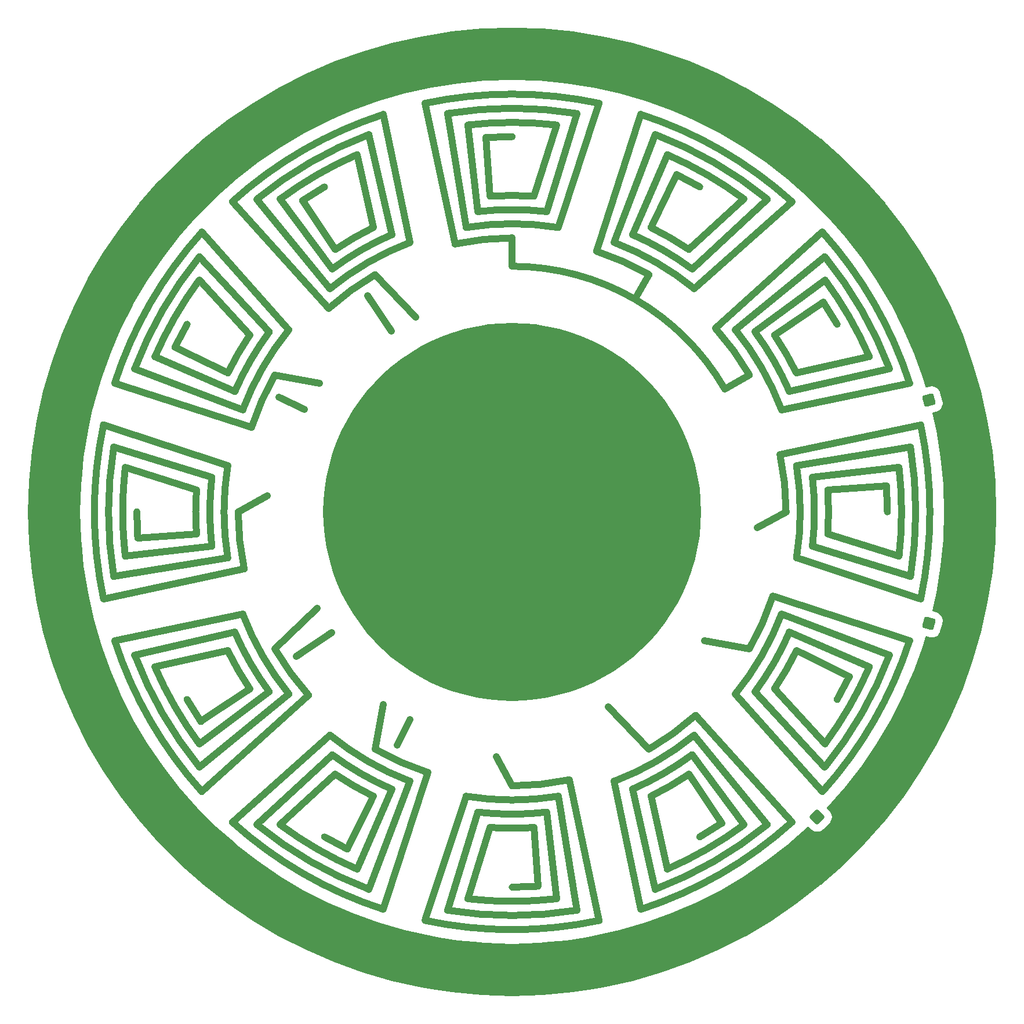
<source format=gbr>
%TF.GenerationSoftware,KiCad,Pcbnew,7.99.0-3356-g00904e8e23*%
%TF.CreationDate,2023-10-26T14:27:13+05:30*%
%TF.ProjectId,kimotor-project,6b696d6f-746f-4722-9d70-726f6a656374,rev?*%
%TF.SameCoordinates,Original*%
%TF.FileFunction,Copper,L6,Bot*%
%TF.FilePolarity,Positive*%
%FSLAX46Y46*%
G04 Gerber Fmt 4.6, Leading zero omitted, Abs format (unit mm)*
G04 Created by KiCad (PCBNEW 7.99.0-3356-g00904e8e23) date 2023-10-26 14:27:13*
%MOMM*%
%LPD*%
G01*
G04 APERTURE LIST*
G04 Aperture macros list*
%AMRoundRect*
0 Rectangle with rounded corners*
0 $1 Rounding radius*
0 $2 $3 $4 $5 $6 $7 $8 $9 X,Y pos of 4 corners*
0 Add a 4 corners polygon primitive as box body*
4,1,4,$2,$3,$4,$5,$6,$7,$8,$9,$2,$3,0*
0 Add four circle primitives for the rounded corners*
1,1,$1+$1,$2,$3*
1,1,$1+$1,$4,$5*
1,1,$1+$1,$6,$7*
1,1,$1+$1,$8,$9*
0 Add four rect primitives between the rounded corners*
20,1,$1+$1,$2,$3,$4,$5,0*
20,1,$1+$1,$4,$5,$6,$7,0*
20,1,$1+$1,$6,$7,$8,$9,0*
20,1,$1+$1,$8,$9,$2,$3,0*%
G04 Aperture macros list end*
%TA.AperFunction,ComponentPad*%
%ADD10RoundRect,0.250000X-0.734847X-0.424264X0.424264X-0.734847X0.734847X0.424264X-0.424264X0.734847X0*%
%TD*%
%TA.AperFunction,ComponentPad*%
%ADD11RoundRect,0.250000X-0.848528X0.000000X0.000000X-0.848528X0.848528X0.000000X0.000000X0.848528X0*%
%TD*%
%TA.AperFunction,ComponentPad*%
%ADD12RoundRect,0.250000X-0.424264X-0.734847X0.734847X-0.424264X0.424264X0.734847X-0.734847X0.424264X0*%
%TD*%
%TA.AperFunction,ViaPad*%
%ADD13C,0.250000*%
%TD*%
%TA.AperFunction,Conductor*%
%ADD14C,1.034000*%
%TD*%
G04 APERTURE END LIST*
D10*
%TO.P,T2,1*%
%TO.N,coil*%
X60853327Y-16305599D03*
%TD*%
D11*
%TO.P,T3,1*%
%TO.N,coil*%
X44547727Y-44547727D03*
%TD*%
%TO.P,T3,1*%
%TO.N,coil*%
X44547727Y-44547727D03*
%TD*%
D12*
%TO.P,T1,1*%
%TO.N,coil*%
X60853327Y16305599D03*
%TD*%
D10*
%TO.P,T2,1*%
%TO.N,coil*%
X60853327Y-16305599D03*
%TD*%
D12*
%TO.P,T1,1*%
%TO.N,coil*%
X60853327Y16305599D03*
%TD*%
D13*
%TO.N,coil*%
X-2345617Y-35787212D03*
X-16776894Y-34020176D03*
X-34020176Y16776894D03*
X-14947588Y-30310711D03*
X35787212Y-2345617D03*
X-18776051Y-28100347D03*
X-14947588Y-30310711D03*
X-21073890Y31539305D03*
X-30310711Y14947588D03*
X-26380867Y-17627132D03*
X-30310711Y14947588D03*
X-21073890Y31539305D03*
X-14032935Y28455978D03*
X-2345617Y-35787212D03*
X14032935Y-28455978D03*
X-35787212Y2345617D03*
X-17627132Y26380867D03*
X-17627132Y26380867D03*
X-28100347Y18776051D03*
X-18776051Y-28100347D03*
X-31539305Y-21073890D03*
X-35787212Y2345617D03*
X-14032935Y28455978D03*
X28100347Y-18776051D03*
X-16776894Y-34020176D03*
X-28100347Y18776051D03*
X-28455978Y-14032935D03*
X14032935Y-28455978D03*
X-34020176Y16776894D03*
X28100347Y-18776051D03*
X-28455978Y-14032935D03*
X-26380867Y-17627132D03*
X35787212Y-2345617D03*
X-31539305Y-21073890D03*
X-47454728Y27397999D03*
X-47454728Y27397999D03*
X-27398000Y47454728D03*
X47454728Y27398000D03*
X27397999Y47454728D03*
X0Y-54796000D03*
X-27397999Y-47454728D03*
X-47454728Y-27398000D03*
X-54796000Y0D03*
X27397999Y47454728D03*
X47454728Y-27397999D03*
X54796000Y0D03*
X54796000Y0D03*
X-27397999Y-47454728D03*
X0Y54796000D03*
X27398000Y-47454728D03*
X0Y-54796000D03*
X47454728Y27398000D03*
X-27398000Y47454728D03*
X-54796000Y0D03*
X-47454728Y-27398000D03*
X27398000Y-47454728D03*
X0Y54796000D03*
X47454728Y-27397999D03*
%TD*%
D14*
%TO.N,coil*%
X-12336451Y-38050124D02*
X-18813088Y-58026439D01*
X20909108Y-55098001D02*
X17575739Y-40485551D01*
X-45305832Y40845826D02*
X-32591649Y26598890D01*
X-39120600Y-8341382D02*
X-59658915Y-12720607D01*
X56494731Y-6469914D02*
X46093248Y-3197193D01*
X18813088Y-58026439D02*
X14925751Y-39331140D01*
X-14947588Y-30310711D02*
X-16776894Y-34020176D01*
X12720607Y59658915D02*
X6739490Y41524642D01*
X-59658915Y12720607D02*
X-41524642Y6739490D01*
X-38050124Y12336451D02*
X-58026439Y18813088D01*
X-34641016Y19999999D02*
X-28100347Y18776051D01*
X-26380867Y-17627132D02*
X-31539305Y-21073890D01*
X-22644255Y52160829D02*
X-20277773Y41516521D01*
X26784148Y-29708742D02*
X40845826Y-45305832D01*
X17575739Y40485551D02*
X22644255Y52160829D01*
X26784148Y-29708742D02*
X40845826Y-45305832D01*
X-30310711Y14947588D02*
X-34020176Y16776894D01*
X-45656819Y37261715D02*
X-35463812Y26273645D01*
X20277773Y41516521D02*
X24048585Y49236847D01*
X-20277773Y-41516521D02*
X-24048585Y-49236847D01*
X38050124Y-12336451D02*
X58026439Y-18813088D01*
X29708742Y26784148D02*
X45305832Y40845826D01*
X-26380867Y-17627132D02*
X-31539305Y-21073890D01*
X-20277773Y-41516521D02*
X-24048585Y-49236847D01*
X58026439Y18813088D02*
X39331140Y14925751D01*
X-45690915Y33850475D02*
X-38319327Y25815475D01*
X43849385Y5021738D02*
X56494731Y6469914D01*
X46093248Y3197193D02*
X54664653Y3791737D01*
X-20000000Y34641016D02*
X-14032935Y28455978D01*
X-29708742Y-26784148D02*
X-45305832Y-40845826D01*
X39120600Y8341382D02*
X59658915Y12720607D01*
X-30310711Y14947588D02*
X-34020176Y16776894D01*
X34641016Y-19999999D02*
X28100347Y-18776051D01*
X34641016Y-19999999D02*
X28100347Y-18776051D01*
X-33850475Y-45690915D02*
X-25815475Y-38319327D01*
X0Y40000000D02*
X0Y35864000D01*
X-37261715Y-45656819D02*
X-26273645Y-35463812D01*
X37261715Y45656819D02*
X26273645Y35463812D01*
X40845826Y45305832D02*
X26598890Y32591649D01*
X17575739Y40485551D02*
X22644255Y52160829D01*
X-39120600Y-8341382D02*
X-59658915Y-12720607D01*
X5021738Y-43849385D02*
X6469914Y-56494731D01*
X-12720607Y-59658915D02*
X-6739490Y-41524642D01*
X14925751Y39331140D02*
X20909108Y55098001D01*
X-17627132Y26380867D02*
X-21073890Y31539305D01*
X-41516521Y20277773D02*
X-49236847Y24048585D01*
X-35463812Y-26273645D02*
X-45690915Y-33850475D01*
X12336451Y38050124D02*
X18813088Y58026439D01*
X-20909108Y55098001D02*
X-17575739Y40485551D01*
X-52160829Y-22644255D02*
X-41516521Y-20277773D01*
X37261715Y45656819D02*
X26273645Y35463812D01*
X-3197193Y46093248D02*
X-3791737Y54664653D01*
X-52160829Y-22644255D02*
X-41516521Y-20277773D01*
X40845826Y45305832D02*
X26598890Y32591649D01*
X41524642Y6739490D02*
X58170823Y9441181D01*
X-17575739Y-40485551D02*
X-22644255Y-52160829D01*
X-39331140Y14925751D02*
X-55098001Y20909108D01*
X-6469914Y-56494731D02*
X-3197193Y-46093248D01*
X-35463812Y-26273645D02*
X-45690915Y-33850475D01*
X0Y-40000000D02*
X-2345617Y-35787212D01*
X33850475Y45690915D02*
X25815475Y38319327D01*
X-5021738Y43849385D02*
X-6469914Y56494731D01*
X-20000000Y34641016D02*
X-14032935Y28455978D01*
X45690915Y-33850475D02*
X38319327Y-25815475D01*
X25815475Y-38319327D02*
X30616067Y-45445109D01*
X-41524642Y-6739490D02*
X-58170823Y-9441181D01*
X-20909108Y55098001D02*
X-17575739Y40485551D01*
X-17627132Y26380867D02*
X-21073890Y31539305D01*
X-26598890Y32591649D02*
X-37261715Y45656819D01*
X-20000000Y34641016D02*
X-14032935Y28455978D01*
X-12720607Y-59658915D02*
X-6739490Y-41524642D01*
X-22644255Y52160829D02*
X-20277773Y41516521D01*
X-6469914Y-56494731D02*
X-3197193Y-46093248D01*
X-52160829Y-22644255D02*
X-41516521Y-20277773D01*
X-46093248Y-3197193D02*
X-54664653Y-3791737D01*
X3197193Y-46093248D02*
X3791737Y-54664653D01*
X-26598890Y32591649D02*
X-37261715Y45656819D01*
X5021738Y-43849385D02*
X6469914Y-56494731D01*
X-33850475Y-45690915D02*
X-25815475Y-38319327D01*
X-34641016Y19999999D02*
X-28100347Y18776051D01*
X41516521Y-20277773D02*
X49236847Y-24048585D01*
X-41524642Y-6739490D02*
X-58170823Y-9441181D01*
X-40000000Y0D02*
X-35787212Y2345617D01*
X0Y-40000000D02*
X-2345617Y-35787212D01*
X40000000Y0D02*
X35787212Y-2345617D01*
X33850475Y45690915D02*
X25815475Y38319327D01*
X-14925751Y-39331140D02*
X-20909108Y-55098001D01*
X-20000000Y34641016D02*
X-14032935Y28455978D01*
X0Y-40000000D02*
X-2345617Y-35787212D01*
X-19999999Y-34641016D02*
X-18776051Y-28100347D01*
X-34641016Y-20000000D02*
X-28455978Y-14032935D01*
X-59658915Y12720607D02*
X-41524642Y6739490D01*
X43849385Y5021738D02*
X56494731Y6469914D01*
X-32591649Y-26598890D02*
X-45656819Y-37261715D01*
X-25815475Y38319327D02*
X-30616067Y45445109D01*
X0Y-40000000D02*
X-2345617Y-35787212D01*
X41524642Y6739490D02*
X58170823Y9441181D01*
X40000000Y0D02*
X35787212Y-2345617D01*
X22644255Y-52160829D02*
X20277773Y-41516521D01*
X55098001Y20909108D02*
X40485551Y17575739D01*
X-34641016Y-20000000D02*
X-28455978Y-14032935D01*
X-43849385Y-5021738D02*
X-56494731Y-6469914D01*
X-20000000Y34641016D02*
X-14032935Y28455978D01*
X45656819Y-37261715D02*
X35463812Y-26273645D01*
X37261715Y45656819D02*
X26273645Y35463812D01*
X-34641016Y19999999D02*
X-28100347Y18776051D01*
X55098001Y20909108D02*
X40485551Y17575739D01*
X45690915Y-33850475D02*
X38319327Y-25815475D01*
X-46093248Y-3197193D02*
X-54664653Y-3791737D01*
X38050124Y-12336451D02*
X58026439Y-18813088D01*
X-30310711Y14947588D02*
X-34020176Y16776894D01*
X-41516521Y20277773D02*
X-49236847Y24048585D01*
X59658915Y-12720607D02*
X41524642Y-6739490D01*
X12720607Y59658915D02*
X6739490Y41524642D01*
X20909108Y-55098001D02*
X17575739Y-40485551D01*
X32591649Y26598890D02*
X45656819Y37261715D01*
X0Y40000000D02*
X0Y35864000D01*
X0Y-40000000D02*
X-2345617Y-35787212D01*
X-12720607Y-59658915D02*
X-6739490Y-41524642D01*
X-26784148Y29708742D02*
X-40845826Y45305832D01*
X45656819Y-37261715D02*
X35463812Y-26273645D01*
X-32591649Y-26598890D02*
X-45656819Y-37261715D01*
X-58026439Y-18813088D02*
X-39331140Y-14925751D01*
X12720607Y59658915D02*
X6739490Y41524642D01*
X9441181Y58170823D02*
X5021738Y43849385D01*
X-20909108Y55098001D02*
X-17575739Y40485551D01*
X14925751Y39331140D02*
X20909108Y55098001D01*
X46093248Y3197193D02*
X54664653Y3791737D01*
X26273645Y-35463812D02*
X33850475Y-45690915D01*
X-34641016Y-20000000D02*
X-28455978Y-14032935D01*
X-56494731Y6469914D02*
X-46093248Y3197193D01*
X33850475Y45690915D02*
X25815475Y38319327D01*
X-58170823Y9441181D02*
X-43849385Y5021738D01*
X19999999Y34641016D02*
X17932000Y31059135D01*
X12336451Y38050124D02*
X18813088Y58026439D01*
X-12336451Y-38050124D02*
X-18813088Y-58026439D01*
X-34641016Y-20000000D02*
X-28455978Y-14032935D01*
X58026439Y18813088D02*
X39331140Y14925751D01*
X-38319327Y-25815475D02*
X-45445109Y-30616067D01*
X-38050124Y12336451D02*
X-58026439Y18813088D01*
X-55098001Y-20909108D02*
X-40485551Y-17575739D01*
X38319327Y25815475D02*
X45445109Y30616067D01*
X-45305832Y40845826D02*
X-32591649Y26598890D01*
X17575739Y40485551D02*
X22644255Y52160829D01*
X-18813088Y58026439D02*
X-14925751Y39331140D01*
X-5021738Y43849385D02*
X-6469914Y56494731D01*
X-38319327Y-25815475D02*
X-45445109Y-30616067D01*
X-35463812Y-26273645D02*
X-45690915Y-33850475D01*
X-58026439Y-18813088D02*
X-39331140Y-14925751D01*
X32591649Y26598890D02*
X45656819Y37261715D01*
X-20000000Y34641016D02*
X-14032935Y28455978D01*
X20277773Y41516521D02*
X24048585Y49236847D01*
X9441181Y58170823D02*
X5021738Y43849385D01*
X-18813088Y58026439D02*
X-14925751Y39331140D01*
X-41516521Y20277773D02*
X-49236847Y24048585D01*
X-14925751Y-39331140D02*
X-20909108Y-55098001D01*
X-26273645Y35463812D02*
X-33850475Y45690915D01*
X-14947588Y-30310711D02*
X-16776894Y-34020176D01*
X-26784148Y29708742D02*
X-40845826Y45305832D01*
X58170823Y-9441181D02*
X43849385Y-5021738D01*
X29708742Y26784148D02*
X45305832Y40845826D01*
X-55098001Y-20909108D02*
X-40485551Y-17575739D01*
X-40000000Y0D02*
X-35787212Y2345617D01*
X-39331140Y14925751D02*
X-55098001Y20909108D01*
X-40485551Y17575739D02*
X-52160829Y22644255D01*
X-20277773Y-41516521D02*
X-24048585Y-49236847D01*
X58170823Y-9441181D02*
X43849385Y-5021738D01*
X-3197193Y46093248D02*
X-3791737Y54664653D01*
X19999999Y34641016D02*
X17932000Y31059135D01*
X20000000Y-34641016D02*
X14032935Y-28455978D01*
X-34641016Y-20000000D02*
X-28455978Y-14032935D01*
X26784148Y-29708742D02*
X40845826Y-45305832D01*
X38319327Y25815475D02*
X45445109Y30616067D01*
X-34641016Y-20000000D02*
X-28455978Y-14032935D01*
X26598890Y-32591649D02*
X37261715Y-45656819D01*
X22644255Y-52160829D02*
X20277773Y-41516521D01*
X-19999999Y-34641016D02*
X-18776051Y-28100347D01*
X-14947588Y-30310711D02*
X-16776894Y-34020176D01*
X6739490Y-41524642D02*
X9441181Y-58170823D01*
X52160829Y22644255D02*
X41516521Y20277773D01*
X-8341382Y39120600D02*
X-12720607Y59658915D01*
X40485551Y-17575739D02*
X52160829Y-22644255D01*
X-37261715Y-45656819D02*
X-26273645Y-35463812D01*
X-40000000Y0D02*
X-35787212Y2345617D01*
X-26598890Y32591649D02*
X-37261715Y45656819D01*
X-25815475Y38319327D02*
X-30616067Y45445109D01*
X-8341382Y39120600D02*
X-12720607Y59658915D01*
X-22644255Y52160829D02*
X-20277773Y41516521D01*
X-59658915Y12720607D02*
X-41524642Y6739490D01*
X-40000000Y0D02*
X-35787212Y2345617D01*
X59658915Y-12720607D02*
X41524642Y-6739490D01*
X-55098001Y-20909108D02*
X-40485551Y-17575739D01*
X34641016Y20000000D02*
X31059135Y17931999D01*
X39331140Y-14925751D02*
X55098001Y-20909108D01*
X-19999999Y-34641016D02*
X-18776051Y-28100347D01*
X3197193Y-46093248D02*
X3791737Y-54664653D01*
X39120600Y8341382D02*
X59658915Y12720607D01*
X-25815475Y38319327D02*
X-30616067Y45445109D01*
X-45690915Y33850475D02*
X-38319327Y25815475D01*
X-40000000Y0D02*
X-35787212Y2345617D01*
X35463812Y26273645D02*
X45690915Y33850475D01*
X-45690915Y33850475D02*
X-38319327Y25815475D01*
X-40845826Y-45305832D02*
X-26598890Y-32591649D01*
X52160829Y22644255D02*
X41516521Y20277773D01*
X52160829Y22644255D02*
X41516521Y20277773D01*
X45305832Y-40845826D02*
X32591649Y-26598890D01*
X6469914Y56494731D02*
X3197193Y46093248D01*
X40000000Y0D02*
X35787212Y-2345617D01*
X-45656819Y37261715D02*
X-35463812Y26273645D01*
X-58026439Y-18813088D02*
X-39331140Y-14925751D01*
X14925751Y39331140D02*
X20909108Y55098001D01*
X-26784148Y29708742D02*
X-40845826Y45305832D01*
X6739490Y-41524642D02*
X9441181Y-58170823D01*
X-34641016Y19999999D02*
X-28100347Y18776051D01*
X-9441181Y-58170823D02*
X-5021738Y-43849385D01*
X-6739490Y41524642D02*
X-9441181Y58170823D01*
X26598890Y-32591649D02*
X37261715Y-45656819D01*
X20000000Y-34641016D02*
X14032935Y-28455978D01*
X-40485551Y17575739D02*
X-52160829Y22644255D01*
X19999999Y34641016D02*
X17932000Y31059135D01*
X-29708742Y-26784148D02*
X-45305832Y-40845826D01*
X43849385Y5021738D02*
X56494731Y6469914D01*
X-9441181Y-58170823D02*
X-5021738Y-43849385D01*
X-45656819Y37261715D02*
X-35463812Y26273645D01*
X35463812Y26273645D02*
X45690915Y33850475D01*
X59658915Y-12720607D02*
X41524642Y-6739490D01*
X-12336451Y-38050124D02*
X-18813088Y-58026439D01*
X-26380867Y-17627132D02*
X-31539305Y-21073890D01*
X8341382Y-39120600D02*
X12720607Y-59658915D01*
X-40000000Y0D02*
X-35787212Y2345617D01*
X-18813088Y58026439D02*
X-14925751Y39331140D01*
X6469914Y56494731D02*
X3197193Y46093248D01*
X25815475Y-38319327D02*
X30616067Y-45445109D01*
X-26273645Y35463812D02*
X-33850475Y45690915D01*
X26273645Y-35463812D02*
X33850475Y-45690915D01*
X45656819Y-37261715D02*
X35463812Y-26273645D01*
X-17575739Y-40485551D02*
X-22644255Y-52160829D01*
X-19999999Y-34641016D02*
X-18776051Y-28100347D01*
X40485551Y-17575739D02*
X52160829Y-22644255D01*
X56494731Y-6469914D02*
X46093248Y-3197193D01*
X-58170823Y9441181D02*
X-43849385Y5021738D01*
X-41524642Y-6739490D02*
X-58170823Y-9441181D01*
X-38319327Y-25815475D02*
X-45445109Y-30616067D01*
X6739490Y-41524642D02*
X9441181Y-58170823D01*
X55098001Y20909108D02*
X40485551Y17575739D01*
X56494731Y-6469914D02*
X46093248Y-3197193D01*
X35463812Y26273645D02*
X45690915Y33850475D01*
X20909108Y-55098001D02*
X17575739Y-40485551D01*
X-6739490Y41524642D02*
X-9441181Y58170823D01*
X-40485551Y17575739D02*
X-52160829Y22644255D01*
X-39120600Y-8341382D02*
X-59658915Y-12720607D01*
X38319327Y25815475D02*
X45445109Y30616067D01*
X-32591649Y-26598890D02*
X-45656819Y-37261715D01*
X22644255Y-52160829D02*
X20277773Y-41516521D01*
X-37261715Y-45656819D02*
X-26273645Y-35463812D01*
X26598890Y-32591649D02*
X37261715Y-45656819D01*
X-58170823Y9441181D02*
X-43849385Y5021738D01*
X39331140Y-14925751D02*
X55098001Y-20909108D01*
X-38050124Y12336451D02*
X-58026439Y18813088D01*
X-34641016Y19999999D02*
X-28100347Y18776051D01*
X45690915Y-33850475D02*
X38319327Y-25815475D01*
X26273645Y-35463812D02*
X33850475Y-45690915D01*
X-26273645Y35463812D02*
X-33850475Y45690915D01*
X8341382Y-39120600D02*
X12720607Y-59658915D01*
X45305832Y-40845826D02*
X32591649Y-26598890D01*
X34641016Y20000000D02*
X31059135Y17931999D01*
X-40845826Y-45305832D02*
X-26598890Y-32591649D01*
X-9441181Y-58170823D02*
X-5021738Y-43849385D01*
X18813088Y-58026439D02*
X14925751Y-39331140D01*
X39120600Y8341382D02*
X59658915Y12720607D01*
X-5021738Y43849385D02*
X-6469914Y56494731D01*
X41524642Y6739490D02*
X58170823Y9441181D01*
X-56494731Y6469914D02*
X-46093248Y3197193D01*
X-8341382Y39120600D02*
X-12720607Y59658915D01*
X-14925751Y-39331140D02*
X-20909108Y-55098001D01*
X9441181Y58170823D02*
X5021738Y43849385D01*
X34641016Y-19999999D02*
X28100347Y-18776051D01*
X-3197193Y46093248D02*
X-3791737Y54664653D01*
X-19999999Y-34641016D02*
X-18776051Y-28100347D01*
X-39331140Y14925751D02*
X-55098001Y20909108D01*
X-6739490Y41524642D02*
X-9441181Y58170823D01*
X-17575739Y-40485551D02*
X-22644255Y-52160829D01*
X38050124Y-12336451D02*
X58026439Y-18813088D01*
X39331140Y-14925751D02*
X55098001Y-20909108D01*
X18813088Y-58026439D02*
X14925751Y-39331140D01*
X58170823Y-9441181D02*
X43849385Y-5021738D01*
X41516521Y-20277773D02*
X49236847Y-24048585D01*
X40485551Y-17575739D02*
X52160829Y-22644255D01*
X41516521Y-20277773D02*
X49236847Y-24048585D01*
X-17627132Y26380867D02*
X-21073890Y31539305D01*
X-43849385Y-5021738D02*
X-56494731Y-6469914D01*
X-40845826Y-45305832D02*
X-26598890Y-32591649D01*
X45305832Y-40845826D02*
X32591649Y-26598890D01*
X3197193Y-46093248D02*
X3791737Y-54664653D01*
X32591649Y26598890D02*
X45656819Y37261715D01*
X58026439Y18813088D02*
X39331140Y14925751D01*
X-46093248Y-3197193D02*
X-54664653Y-3791737D01*
X0Y-40000000D02*
X-2345617Y-35787212D01*
X20000000Y-34641016D02*
X14032935Y-28455978D01*
X5021738Y-43849385D02*
X6469914Y-56494731D01*
X46093248Y3197193D02*
X54664653Y3791737D01*
X-33850475Y-45690915D02*
X-25815475Y-38319327D01*
X20277773Y41516521D02*
X24048585Y49236847D01*
X0Y40000000D02*
X0Y35864000D01*
X6469914Y56494731D02*
X3197193Y46093248D01*
X-56494731Y6469914D02*
X-46093248Y3197193D01*
X-6469914Y-56494731D02*
X-3197193Y-46093248D01*
X-45305832Y40845826D02*
X-32591649Y26598890D01*
X40845826Y45305832D02*
X26598890Y32591649D01*
X-19999999Y-34641016D02*
X-18776051Y-28100347D01*
X-34641016Y19999999D02*
X-28100347Y18776051D01*
X-29708742Y-26784148D02*
X-45305832Y-40845826D01*
X-43849385Y-5021738D02*
X-56494731Y-6469914D01*
X34641016Y20000000D02*
X31059135Y17931999D01*
X29708742Y26784148D02*
X45305832Y40845826D01*
X25815475Y-38319327D02*
X30616067Y-45445109D01*
X8341382Y-39120600D02*
X12720607Y-59658915D01*
X12336451Y38050124D02*
X18813088Y58026439D01*
X-40845826Y45305832D02*
G75*
G02*
X-18813088Y58026439I40845821J-45305824D01*
G01*
X-59658915Y-12720607D02*
G75*
G02*
X-59658915Y12720607I59658908J12720607D01*
G01*
X-43849384Y5021738D02*
G75*
G03*
X-43849384Y-5021738I43849247J-5021738D01*
G01*
X49236847Y-24048585D02*
G75*
G02*
X47454728Y-27397999I-49236847J24048585D01*
G01*
X-17575739Y40485550D02*
G75*
G03*
X-26273645Y35463811I17575683J-40485447D01*
G01*
X-40000000Y0D02*
G75*
G03*
X-39120600Y-8341382I39999975J-3D01*
G01*
X-41516521Y-20277773D02*
G75*
G03*
X-38319323Y-25815472I41516621J20277873D01*
G01*
X58170822Y9441181D02*
G75*
G02*
X58170822Y-9441181I-58170722J-9441181D01*
G01*
X20909108Y55098001D02*
G75*
G02*
X37261715Y45656819I-20909108J-55098001D01*
G01*
X45656819Y37261715D02*
G75*
G02*
X55098000Y20909108I-45656769J-37261685D01*
G01*
X-18813088Y-58026439D02*
G75*
G02*
X-40845826Y-45305832I18813088J58026439D01*
G01*
X35463811Y-26273645D02*
G75*
G03*
X40485550Y-17575738I-35463811J26273645D01*
G01*
X-54664652Y-3791737D02*
G75*
G02*
X-54795999Y0I54664525J3791740D01*
G01*
X-45305832Y-40845826D02*
G75*
G02*
X-58026439Y-18813088I45305824J40845821D01*
G01*
X6469914Y-56494731D02*
G75*
G02*
X-6469914Y-56494731I-6469914J56494625D01*
G01*
X-33850475Y45690915D02*
G75*
G02*
X-22644255Y52160829I33850426J-45690831D01*
G01*
X-56494731Y-6469914D02*
G75*
G02*
X-56494731Y6469914I56494625J6469914D01*
G01*
X-6739490Y-41524642D02*
G75*
G03*
X6739490Y-41524642I6739490J41524637D01*
G01*
X-30616066Y45445108D02*
G75*
G02*
X-27398000Y47454727I30615957J-45444903D01*
G01*
X-35463811Y26273645D02*
G75*
G03*
X-40485550Y17575739I35463775J-26273628D01*
G01*
X20000000Y-34641015D02*
G75*
G03*
X26784148Y-29708742I-20000000J34641015D01*
G01*
X34641016Y-19999999D02*
G75*
G03*
X38050124Y-12336451I-34641021J20000002D01*
G01*
X-33850475Y45690915D02*
G75*
G02*
X-22644255Y52160829I33850426J-45690831D01*
G01*
X52160828Y-22644255D02*
G75*
G02*
X45690914Y-33850474I-52160828J22644255D01*
G01*
X-45656819Y-37261715D02*
G75*
G02*
X-55098001Y-20909108I45656765J37261683D01*
G01*
X20909108Y55098001D02*
G75*
G02*
X37261715Y45656819I-20909108J-55098001D01*
G01*
X19999999Y34641016D02*
G75*
G03*
X12336451Y38050124I-20000002J-34641021D01*
G01*
X55098001Y-20909108D02*
G75*
G02*
X45656819Y-37261715I-55098001J20909108D01*
G01*
X-34641015Y-20000000D02*
G75*
G03*
X-29708741Y-26784147I34640988J19999985D01*
G01*
X-32591648Y26598889D02*
G75*
G03*
X-39331139Y14925751I32591678J-26598909D01*
G01*
X43849384Y-5021738D02*
G75*
G03*
X43849384Y5021738I-43849284J5021738D01*
G01*
X52160828Y-22644255D02*
G75*
G02*
X45690914Y-33850474I-52160828J22644255D01*
G01*
X-56494731Y-6469914D02*
G75*
G02*
X-56494731Y6469914I56494625J6469914D01*
G01*
X39331139Y14925751D02*
G75*
G03*
X32591649Y26598890I-39331139J-14925751D01*
G01*
X24048585Y49236847D02*
G75*
G02*
X27397999Y47454728I-24048585J-49236847D01*
G01*
X40000000Y0D02*
G75*
G03*
X39120600Y8341382I-40000000J0D01*
G01*
X26598890Y32591649D02*
G75*
G03*
X14925751Y39331140I-26598913J-32591682D01*
G01*
X-55098001Y20909108D02*
G75*
G02*
X-45656819Y37261715I55097980J-20909096D01*
G01*
X56494730Y6469914D02*
G75*
G02*
X56494730Y-6469914I-56494630J-6469914D01*
G01*
X40845826Y-45305832D02*
G75*
G02*
X18813088Y-58026439I-40845826J45305832D01*
G01*
X-20277773Y41516521D02*
G75*
G03*
X-25815472Y38319323I20277873J-41516621D01*
G01*
X-49236846Y24048585D02*
G75*
G02*
X-47454727Y27397999I49236819J-24048568D01*
G01*
X-6469914Y56494731D02*
G75*
G02*
X6469914Y56494731I6469914J-56494625D01*
G01*
X-22644255Y-52160829D02*
G75*
G02*
X-33850475Y-45690915I22644245J52160811D01*
G01*
X-40845826Y45305832D02*
G75*
G02*
X-18813088Y58026439I40845821J-45305824D01*
G01*
X-25815475Y-38319327D02*
G75*
G03*
X-20277774Y-41516524I25815675J38319627D01*
G01*
X45445109Y30616067D02*
G75*
G02*
X47454728Y27398000I-45444909J-30615967D01*
G01*
X-26273645Y-35463811D02*
G75*
G03*
X-17575739Y-40485550I26273628J35463775D01*
G01*
X-35463811Y26273645D02*
G75*
G03*
X-40485550Y17575739I35463775J-26273628D01*
G01*
X-32591648Y26598889D02*
G75*
G03*
X-39331139Y14925751I32591678J-26598909D01*
G01*
X59658914Y12720607D02*
G75*
G02*
X59658914Y-12720607I-59658914J-12720607D01*
G01*
X-26598889Y-32591648D02*
G75*
G03*
X-14925751Y-39331139I26598909J32591678D01*
G01*
X45305832Y40845826D02*
G75*
G02*
X58026439Y18813088I-45305832J-40845826D01*
G01*
X34641015Y20000000D02*
G75*
G03*
X29708742Y26784148I-34641015J-20000000D01*
G01*
X-26273645Y-35463811D02*
G75*
G03*
X-17575739Y-40485550I26273628J35463775D01*
G01*
X40000000Y0D02*
G75*
G03*
X39120600Y8341382I-40000000J0D01*
G01*
X-32591648Y26598889D02*
G75*
G03*
X-39331139Y14925751I32591678J-26598909D01*
G01*
X-14925751Y39331139D02*
G75*
G03*
X-26598890Y32591649I14925751J-39331139D01*
G01*
X-3791737Y54664652D02*
G75*
G02*
X0Y54795999I3791737J-54664552D01*
G01*
X46093248Y-3197193D02*
G75*
G03*
X46093248Y3197193I-46092948J3197193D01*
G01*
X58026438Y-18813088D02*
G75*
G02*
X45305831Y-40845825I-58026450J18813095D01*
G01*
X35463811Y-26273645D02*
G75*
G03*
X40485550Y-17575738I-35463811J26273645D01*
G01*
X45305832Y40845826D02*
G75*
G02*
X58026439Y18813088I-45305832J-40845826D01*
G01*
X9441181Y-58170822D02*
G75*
G02*
X-9441181Y-58170822I-9441181J58170772D01*
G01*
X22644255Y52160828D02*
G75*
G02*
X33850474Y45690914I-22644255J-52160828D01*
G01*
X38319327Y-25815475D02*
G75*
G03*
X41516521Y-20277773I-38319612J25815642D01*
G01*
X20000000Y-34641015D02*
G75*
G03*
X26784148Y-29708742I-20000000J34641015D01*
G01*
X0Y40000000D02*
G75*
G03*
X-8341382Y39120600I-3J-39999975D01*
G01*
X17575739Y-40485550D02*
G75*
G03*
X26273645Y-35463812I-17575679J40485450D01*
G01*
X-26598889Y-32591648D02*
G75*
G03*
X-14925751Y-39331139I26598909J32591678D01*
G01*
X54664652Y3791737D02*
G75*
G02*
X54795999Y0I-54664552J-3791737D01*
G01*
X6739490Y41524642D02*
G75*
G03*
X-6739490Y41524642I-6739490J-41524637D01*
G01*
X-40485550Y-17575739D02*
G75*
G03*
X-35463811Y-26273645I40485447J17575683D01*
G01*
X-18813088Y-58026439D02*
G75*
G02*
X-40845826Y-45305832I18813088J58026439D01*
G01*
X-46093248Y3197193D02*
G75*
G03*
X-46093248Y-3197193I46092969J-3197193D01*
G01*
X-25815475Y-38319327D02*
G75*
G03*
X-20277774Y-41516524I25815675J38319627D01*
G01*
X-52160829Y22644255D02*
G75*
G02*
X-45690915Y33850475I52160811J-22644245D01*
G01*
X37261715Y-45656819D02*
G75*
G02*
X20909108Y-55098000I-37261685J45656769D01*
G01*
X-19999999Y-34641016D02*
G75*
G03*
X-12336451Y-38050124I19999999J34641016D01*
G01*
X26598890Y32591649D02*
G75*
G03*
X14925751Y39331140I-26598913J-32591682D01*
G01*
X-9441181Y58170822D02*
G75*
G02*
X9441181Y58170822I9441181J-58170772D01*
G01*
X17575739Y-40485550D02*
G75*
G03*
X26273645Y-35463812I-17575679J40485450D01*
G01*
X-37261715Y45656819D02*
G75*
G02*
X-20909108Y55098001I37261683J-45656765D01*
G01*
X-45690915Y-33850475D02*
G75*
G02*
X-52160829Y-22644255I45690831J33850426D01*
G01*
X-33850475Y45690915D02*
G75*
G02*
X-22644255Y52160829I33850426J-45690831D01*
G01*
X-39331140Y-14925751D02*
G75*
G03*
X-32591649Y-26598890I39331139J14925754D01*
G01*
X-40000000Y0D02*
G75*
G03*
X-39120600Y-8341382I39999975J-3D01*
G01*
X38319327Y-25815475D02*
G75*
G03*
X41516521Y-20277773I-38319612J25815642D01*
G01*
X52160828Y-22644255D02*
G75*
G02*
X45690914Y-33850474I-52160828J22644255D01*
G01*
X6739490Y41524642D02*
G75*
G03*
X-6739490Y41524642I-6739490J-41524637D01*
G01*
X-40485550Y-17575739D02*
G75*
G03*
X-35463811Y-26273645I40485447J17575683D01*
G01*
X0Y-40000000D02*
G75*
G03*
X8341382Y-39120600I3J39999975D01*
G01*
X41516520Y20277773D02*
G75*
G03*
X38319326Y25815475I-41516625J-20277836D01*
G01*
X-45690915Y-33850475D02*
G75*
G02*
X-52160829Y-22644255I45690831J33850426D01*
G01*
X-3791737Y54664652D02*
G75*
G02*
X0Y54795999I3791737J-54664552D01*
G01*
X0Y35864000D02*
G75*
G02*
X31059135Y17931999I0J-35864000D01*
G01*
X-43849384Y5021738D02*
G75*
G03*
X-43849384Y-5021738I43849247J-5021738D01*
G01*
X33850474Y-45690914D02*
G75*
G02*
X22644254Y-52160828I-33850424J45690834D01*
G01*
X26273645Y35463811D02*
G75*
G03*
X17575738Y40485550I-26273645J-35463811D01*
G01*
X-19999999Y-34641016D02*
G75*
G03*
X-12336451Y-38050124I19999999J34641016D01*
G01*
X-40485550Y-17575739D02*
G75*
G03*
X-35463811Y-26273645I40485447J17575683D01*
G01*
X-55098001Y20909108D02*
G75*
G02*
X-45656819Y37261715I55097980J-20909096D01*
G01*
X25815475Y38319327D02*
G75*
G03*
X20277773Y41516521I-25815642J-38319612D01*
G01*
X-58026439Y18813088D02*
G75*
G02*
X-45305832Y40845826I58026439J-18813088D01*
G01*
X-17575739Y40485550D02*
G75*
G03*
X-26273645Y35463811I17575683J-40485447D01*
G01*
X-26273645Y-35463811D02*
G75*
G03*
X-17575739Y-40485550I26273628J35463775D01*
G01*
X-18813088Y-58026439D02*
G75*
G02*
X-40845826Y-45305832I18813088J58026439D01*
G01*
X-45690915Y-33850475D02*
G75*
G02*
X-52160829Y-22644255I45690831J33850426D01*
G01*
X24048585Y49236847D02*
G75*
G02*
X27397999Y47454728I-24048585J-49236847D01*
G01*
X26273645Y35463811D02*
G75*
G03*
X17575738Y40485550I-26273645J-35463811D01*
G01*
X9441181Y-58170822D02*
G75*
G02*
X-9441181Y-58170822I-9441181J58170772D01*
G01*
X-38319327Y25815475D02*
G75*
G03*
X-41516524Y20277774I38319627J-25815675D01*
G01*
X-58026439Y18813088D02*
G75*
G02*
X-45305832Y40845826I58026439J-18813088D01*
G01*
X37261715Y-45656819D02*
G75*
G02*
X20909108Y-55098000I-37261685J45656769D01*
G01*
X3791737Y-54664652D02*
G75*
G02*
X0Y-54795999I-3791740J54664525D01*
G01*
X-6469914Y56494731D02*
G75*
G02*
X6469914Y56494731I6469914J-56494625D01*
G01*
X32591649Y-26598890D02*
G75*
G03*
X39331140Y-14925751I-32591682J26598913D01*
G01*
X18813088Y58026438D02*
G75*
G02*
X40845825Y45305831I-18813095J-58026450D01*
G01*
X26273645Y35463811D02*
G75*
G03*
X17575738Y40485550I-26273645J-35463811D01*
G01*
X-3197193Y-46093248D02*
G75*
G03*
X3197193Y-46093248I3197193J46092969D01*
G01*
X-45656819Y-37261715D02*
G75*
G02*
X-55098001Y-20909108I45656765J37261683D01*
G01*
X-54664652Y-3791737D02*
G75*
G02*
X-54795999Y0I54664525J3791740D01*
G01*
X40485550Y17575739D02*
G75*
G03*
X35463812Y26273645I-40485450J-17575679D01*
G01*
X-24048585Y-49236846D02*
G75*
G02*
X-27397999Y-47454727I24048568J49236819D01*
G01*
X19999999Y34641016D02*
G75*
G03*
X12336451Y38050124I-20000002J-34641021D01*
G01*
X41524641Y-6739490D02*
G75*
G03*
X41524641Y6739490I-41524641J6739490D01*
G01*
X20000000Y-34641015D02*
G75*
G03*
X26784148Y-29708742I-20000000J34641015D01*
G01*
X33850474Y-45690914D02*
G75*
G02*
X22644254Y-52160828I-33850424J45690834D01*
G01*
X59658914Y12720607D02*
G75*
G02*
X59658914Y-12720607I-59658914J-12720607D01*
G01*
X-45445108Y-30616066D02*
G75*
G02*
X-47454727Y-27398000I45444903J30615957D01*
G01*
X49236847Y-24048585D02*
G75*
G02*
X47454728Y-27397999I-49236847J24048585D01*
G01*
X-39331140Y-14925751D02*
G75*
G03*
X-32591649Y-26598890I39331139J14925754D01*
G01*
X-20909108Y-55098001D02*
G75*
G02*
X-37261715Y-45656819I20909096J55097980D01*
G01*
X-41524642Y6739490D02*
G75*
G03*
X-41524642Y-6739490I41524637J-6739490D01*
G01*
X45445109Y30616067D02*
G75*
G02*
X47454728Y27398000I-45444909J-30615967D01*
G01*
X-12720607Y59658915D02*
G75*
G02*
X12720607Y59658915I12720607J-59658908D01*
G01*
X-6469914Y56494731D02*
G75*
G02*
X6469914Y56494731I6469914J-56494625D01*
G01*
X56494730Y6469914D02*
G75*
G02*
X56494730Y-6469914I-56494630J-6469914D01*
G01*
X45656819Y37261715D02*
G75*
G02*
X55098000Y20909108I-45656769J-37261685D01*
G01*
X45690914Y33850474D02*
G75*
G02*
X52160828Y22644254I-45690834J-33850424D01*
G01*
X18813088Y58026438D02*
G75*
G02*
X40845825Y45305831I-18813095J-58026450D01*
G01*
X40845826Y-45305832D02*
G75*
G02*
X18813088Y-58026439I-40845826J45305832D01*
G01*
X-5021738Y-43849384D02*
G75*
G03*
X5021738Y-43849384I5021738J43849247D01*
G01*
X-22644255Y-52160829D02*
G75*
G02*
X-33850475Y-45690915I22644245J52160811D01*
G01*
X49236847Y-24048585D02*
G75*
G02*
X47454728Y-27397999I-49236847J24048585D01*
G01*
X-3197193Y-46093248D02*
G75*
G03*
X3197193Y-46093248I3197193J46092969D01*
G01*
X-30616066Y45445108D02*
G75*
G02*
X-27398000Y47454727I30615957J-45444903D01*
G01*
X-55098001Y20909108D02*
G75*
G02*
X-45656819Y37261715I55097980J-20909096D01*
G01*
X-20000000Y34641015D02*
G75*
G03*
X-26784147Y29708741I19999985J-34640988D01*
G01*
X-26598889Y-32591648D02*
G75*
G03*
X-14925751Y-39331139I26598909J32591678D01*
G01*
X-22644255Y-52160829D02*
G75*
G02*
X-33850475Y-45690915I22644245J52160811D01*
G01*
X14925751Y-39331140D02*
G75*
G03*
X26598890Y-32591649I-14925754J39331139D01*
G01*
X3197193Y46093248D02*
G75*
G03*
X-3197193Y46093248I-3197193J-46092969D01*
G01*
X45445109Y30616067D02*
G75*
G02*
X47454728Y27398000I-45444909J-30615967D01*
G01*
X41516520Y20277773D02*
G75*
G03*
X38319326Y25815475I-41516625J-20277836D01*
G01*
X14925751Y-39331140D02*
G75*
G03*
X26598890Y-32591649I-14925754J39331139D01*
G01*
X58026438Y-18813088D02*
G75*
G02*
X45305831Y-40845825I-58026450J18813095D01*
G01*
X0Y-40000000D02*
G75*
G03*
X8341382Y-39120600I3J39999975D01*
G01*
X-59658915Y-12720607D02*
G75*
G02*
X-59658915Y12720607I59658908J12720607D01*
G01*
X46093248Y-3197193D02*
G75*
G03*
X46093248Y3197193I-46092948J3197193D01*
G01*
X54664652Y3791737D02*
G75*
G02*
X54795999Y0I-54664552J-3791737D01*
G01*
X-5021738Y-43849384D02*
G75*
G03*
X5021738Y-43849384I5021738J43849247D01*
G01*
X26598890Y32591649D02*
G75*
G03*
X14925751Y39331140I-26598913J-32591682D01*
G01*
X12720607Y-59658915D02*
G75*
G02*
X-12720607Y-59658915I-12720607J59658908D01*
G01*
X-9441181Y58170822D02*
G75*
G02*
X9441181Y58170822I9441181J-58170772D01*
G01*
X40845826Y-45305832D02*
G75*
G02*
X18813088Y-58026439I-40845826J45305832D01*
G01*
X-58170822Y-9441181D02*
G75*
G02*
X-58170822Y9441181I58170772J9441181D01*
G01*
X35463811Y-26273645D02*
G75*
G03*
X40485550Y-17575738I-35463811J26273645D01*
G01*
X-58170822Y-9441181D02*
G75*
G02*
X-58170822Y9441181I58170772J9441181D01*
G01*
X-34641015Y-20000000D02*
G75*
G03*
X-29708741Y-26784147I34640988J19999985D01*
G01*
X-45445108Y-30616066D02*
G75*
G02*
X-47454727Y-27398000I45444903J30615957D01*
G01*
X-34641016Y19999999D02*
G75*
G03*
X-38050124Y12336451I34641016J-19999999D01*
G01*
X0Y35864000D02*
G75*
G02*
X31059135Y17931999I0J-35864000D01*
G01*
X40485550Y17575739D02*
G75*
G03*
X35463812Y26273645I-40485450J-17575679D01*
G01*
X41516520Y20277773D02*
G75*
G03*
X38319326Y25815475I-41516625J-20277836D01*
G01*
X32591649Y-26598890D02*
G75*
G03*
X39331140Y-14925751I-32591682J26598913D01*
G01*
X43849384Y-5021738D02*
G75*
G03*
X43849384Y5021738I-43849284J5021738D01*
G01*
X9441181Y-58170822D02*
G75*
G02*
X-9441181Y-58170822I-9441181J58170772D01*
G01*
X-52160829Y22644255D02*
G75*
G02*
X-45690915Y33850475I52160811J-22644245D01*
G01*
X-41524642Y6739490D02*
G75*
G03*
X-41524642Y-6739490I41524637J-6739490D01*
G01*
X-12720607Y59658915D02*
G75*
G02*
X12720607Y59658915I12720607J-59658908D01*
G01*
X-56494731Y-6469914D02*
G75*
G02*
X-56494731Y6469914I56494625J6469914D01*
G01*
X-34641016Y19999999D02*
G75*
G03*
X-38050124Y12336451I34641016J-19999999D01*
G01*
X0Y35864000D02*
G75*
G02*
X31059135Y17931999I0J-35864000D01*
G01*
X32591649Y-26598890D02*
G75*
G03*
X39331140Y-14925751I-32591682J26598913D01*
G01*
X25815475Y38319327D02*
G75*
G03*
X20277773Y41516521I-25815642J-38319612D01*
G01*
X-24048585Y-49236846D02*
G75*
G02*
X-27397999Y-47454727I24048568J49236819D01*
G01*
X-34641015Y-20000000D02*
G75*
G03*
X-29708741Y-26784147I34640988J19999985D01*
G01*
X-20277773Y41516521D02*
G75*
G03*
X-25815472Y38319323I20277873J-41516621D01*
G01*
X17575739Y-40485550D02*
G75*
G03*
X26273645Y-35463812I-17575679J40485450D01*
G01*
X20277773Y-41516520D02*
G75*
G03*
X25815475Y-38319326I-20277836J41516625D01*
G01*
X22644255Y52160828D02*
G75*
G02*
X33850474Y45690914I-22644255J-52160828D01*
G01*
X0Y40000000D02*
G75*
G03*
X-8341382Y39120600I-3J-39999975D01*
G01*
X20909108Y55098001D02*
G75*
G02*
X37261715Y45656819I-20909108J-55098001D01*
G01*
X-14925751Y39331139D02*
G75*
G03*
X-26598890Y32591649I14925751J-39331139D01*
G01*
X6739490Y41524642D02*
G75*
G03*
X-6739490Y41524642I-6739490J-41524637D01*
G01*
X-6739490Y-41524642D02*
G75*
G03*
X6739490Y-41524642I6739490J41524637D01*
G01*
X39331139Y14925751D02*
G75*
G03*
X32591649Y26598890I-39331139J-14925751D01*
G01*
X14925751Y-39331140D02*
G75*
G03*
X26598890Y-32591649I-14925754J39331139D01*
G01*
X-39331140Y-14925751D02*
G75*
G03*
X-32591649Y-26598890I39331139J14925754D01*
G01*
X-37261715Y45656819D02*
G75*
G02*
X-20909108Y55098001I37261683J-45656765D01*
G01*
X-41524642Y6739490D02*
G75*
G03*
X-41524642Y-6739490I41524637J-6739490D01*
G01*
X-46093248Y3197193D02*
G75*
G03*
X-46093248Y-3197193I46092969J-3197193D01*
G01*
X-59658915Y-12720607D02*
G75*
G02*
X-59658915Y12720607I59658908J12720607D01*
G01*
X-14925751Y39331139D02*
G75*
G03*
X-26598890Y32591649I14925751J-39331139D01*
G01*
X-40000000Y0D02*
G75*
G03*
X-39120600Y-8341382I39999975J-3D01*
G01*
X-19999999Y-34641016D02*
G75*
G03*
X-12336451Y-38050124I19999999J34641016D01*
G01*
X24048585Y49236847D02*
G75*
G02*
X27397999Y47454728I-24048585J-49236847D01*
G01*
X-41516521Y-20277773D02*
G75*
G03*
X-38319323Y-25815472I41516621J20277873D01*
G01*
X12720607Y-59658915D02*
G75*
G02*
X-12720607Y-59658915I-12720607J59658908D01*
G01*
X-43849384Y5021738D02*
G75*
G03*
X-43849384Y-5021738I43849247J-5021738D01*
G01*
X58170822Y9441181D02*
G75*
G02*
X58170822Y-9441181I-58170722J-9441181D01*
G01*
X40485550Y17575739D02*
G75*
G03*
X35463812Y26273645I-40485450J-17575679D01*
G01*
X38319327Y-25815475D02*
G75*
G03*
X41516521Y-20277773I-38319612J25815642D01*
G01*
X-20000000Y34641015D02*
G75*
G03*
X-26784147Y29708741I19999985J-34640988D01*
G01*
X-49236846Y24048585D02*
G75*
G02*
X-47454727Y27397999I49236819J-24048568D01*
G01*
X-20000000Y34641015D02*
G75*
G03*
X-26784147Y29708741I19999985J-34640988D01*
G01*
X-58026439Y18813088D02*
G75*
G02*
X-45305832Y40845826I58026439J-18813088D01*
G01*
X58026438Y-18813088D02*
G75*
G02*
X45305831Y-40845825I-58026450J18813095D01*
G01*
X5021738Y43849384D02*
G75*
G03*
X-5021738Y43849384I-5021738J-43849247D01*
G01*
X34641016Y-19999999D02*
G75*
G03*
X38050124Y-12336451I-34641021J20000002D01*
G01*
X-46093248Y3197193D02*
G75*
G03*
X-46093248Y-3197193I46092969J-3197193D01*
G01*
X34641015Y20000000D02*
G75*
G03*
X29708742Y26784148I-34641015J-20000000D01*
G01*
X43849384Y-5021738D02*
G75*
G03*
X43849384Y5021738I-43849284J5021738D01*
G01*
X-45445108Y-30616066D02*
G75*
G02*
X-47454727Y-27398000I45444903J30615957D01*
G01*
X39331139Y14925751D02*
G75*
G03*
X32591649Y26598890I-39331139J-14925751D01*
G01*
X41524641Y-6739490D02*
G75*
G03*
X41524641Y6739490I-41524641J6739490D01*
G01*
X22644255Y52160828D02*
G75*
G02*
X33850474Y45690914I-22644255J-52160828D01*
G01*
X33850474Y-45690914D02*
G75*
G02*
X22644254Y-52160828I-33850424J45690834D01*
G01*
X-45305832Y-40845826D02*
G75*
G02*
X-58026439Y-18813088I45305824J40845821D01*
G01*
X34641015Y20000000D02*
G75*
G03*
X29708742Y26784148I-34641015J-20000000D01*
G01*
X-20277773Y41516521D02*
G75*
G03*
X-25815472Y38319323I20277873J-41516621D01*
G01*
X3791737Y-54664652D02*
G75*
G02*
X0Y-54795999I-3791740J54664525D01*
G01*
X-3197193Y-46093248D02*
G75*
G03*
X3197193Y-46093248I3197193J46092969D01*
G01*
X12720607Y-59658915D02*
G75*
G02*
X-12720607Y-59658915I-12720607J59658908D01*
G01*
X45690914Y33850474D02*
G75*
G02*
X52160828Y22644254I-45690834J-33850424D01*
G01*
X59658914Y12720607D02*
G75*
G02*
X59658914Y-12720607I-59658914J-12720607D01*
G01*
X18813088Y58026438D02*
G75*
G02*
X40845825Y45305831I-18813095J-58026450D01*
G01*
X-40845826Y45305832D02*
G75*
G02*
X-18813088Y58026439I40845821J-45305824D01*
G01*
X-34641016Y19999999D02*
G75*
G03*
X-38050124Y12336451I34641016J-19999999D01*
G01*
X-24048585Y-49236846D02*
G75*
G02*
X-27397999Y-47454727I24048568J49236819D01*
G01*
X-5021738Y-43849384D02*
G75*
G03*
X5021738Y-43849384I5021738J43849247D01*
G01*
X-54664652Y-3791737D02*
G75*
G02*
X-54795999Y0I54664525J3791740D01*
G01*
X30616067Y-45445109D02*
G75*
G02*
X27398000Y-47454728I-30615967J45444909D01*
G01*
X-45656819Y-37261715D02*
G75*
G02*
X-55098001Y-20909108I45656765J37261683D01*
G01*
X55098001Y-20909108D02*
G75*
G02*
X45656819Y-37261715I-55098001J20909108D01*
G01*
X0Y-40000000D02*
G75*
G03*
X8341382Y-39120600I3J39999975D01*
G01*
X30616067Y-45445109D02*
G75*
G02*
X27398000Y-47454728I-30615967J45444909D01*
G01*
X45656819Y37261715D02*
G75*
G02*
X55098000Y20909108I-45656769J-37261685D01*
G01*
X-35463811Y26273645D02*
G75*
G03*
X-40485550Y17575739I35463775J-26273628D01*
G01*
X34641016Y-19999999D02*
G75*
G03*
X38050124Y-12336451I-34641021J20000002D01*
G01*
X46093248Y-3197193D02*
G75*
G03*
X46093248Y3197193I-46092948J3197193D01*
G01*
X54664652Y3791737D02*
G75*
G02*
X54795999Y0I-54664552J-3791737D01*
G01*
X3197193Y46093248D02*
G75*
G03*
X-3197193Y46093248I-3197193J-46092969D01*
G01*
X-38319327Y25815475D02*
G75*
G03*
X-41516524Y20277774I38319627J-25815675D01*
G01*
X3197193Y46093248D02*
G75*
G03*
X-3197193Y46093248I-3197193J-46092969D01*
G01*
X-58170822Y-9441181D02*
G75*
G02*
X-58170822Y9441181I58170772J9441181D01*
G01*
X-20909108Y-55098001D02*
G75*
G02*
X-37261715Y-45656819I20909096J55097980D01*
G01*
X-38319327Y25815475D02*
G75*
G03*
X-41516524Y20277774I38319627J-25815675D01*
G01*
X6469914Y-56494731D02*
G75*
G02*
X-6469914Y-56494731I-6469914J56494625D01*
G01*
X25815475Y38319327D02*
G75*
G03*
X20277773Y41516521I-25815642J-38319612D01*
G01*
X5021738Y43849384D02*
G75*
G03*
X-5021738Y43849384I-5021738J-43849247D01*
G01*
X-52160829Y22644255D02*
G75*
G02*
X-45690915Y33850475I52160811J-22644245D01*
G01*
X-12720607Y59658915D02*
G75*
G02*
X12720607Y59658915I12720607J-59658908D01*
G01*
X-25815475Y-38319327D02*
G75*
G03*
X-20277774Y-41516524I25815675J38319627D01*
G01*
X19999999Y34641016D02*
G75*
G03*
X12336451Y38050124I-20000002J-34641021D01*
G01*
X-6739490Y-41524642D02*
G75*
G03*
X6739490Y-41524642I6739490J41524637D01*
G01*
X30616067Y-45445109D02*
G75*
G02*
X27398000Y-47454728I-30615967J45444909D01*
G01*
X45690914Y33850474D02*
G75*
G02*
X52160828Y22644254I-45690834J-33850424D01*
G01*
X-41516521Y-20277773D02*
G75*
G03*
X-38319323Y-25815472I41516621J20277873D01*
G01*
X45305832Y40845826D02*
G75*
G02*
X58026439Y18813088I-45305832J-40845826D01*
G01*
X40000000Y0D02*
G75*
G03*
X39120600Y8341382I-40000000J0D01*
G01*
X55098001Y-20909108D02*
G75*
G02*
X45656819Y-37261715I-55098001J20909108D01*
G01*
X37261715Y-45656819D02*
G75*
G02*
X20909108Y-55098000I-37261685J45656769D01*
G01*
X5021738Y43849384D02*
G75*
G03*
X-5021738Y43849384I-5021738J-43849247D01*
G01*
X6469914Y-56494731D02*
G75*
G02*
X-6469914Y-56494731I-6469914J56494625D01*
G01*
X-49236846Y24048585D02*
G75*
G02*
X-47454727Y27397999I49236819J-24048568D01*
G01*
X0Y40000000D02*
G75*
G03*
X-8341382Y39120600I-3J-39999975D01*
G01*
X56494730Y6469914D02*
G75*
G02*
X56494730Y-6469914I-56494630J-6469914D01*
G01*
X41524641Y-6739490D02*
G75*
G03*
X41524641Y6739490I-41524641J6739490D01*
G01*
X3791737Y-54664652D02*
G75*
G02*
X0Y-54795999I-3791740J54664525D01*
G01*
X20277773Y-41516520D02*
G75*
G03*
X25815475Y-38319326I-20277836J41516625D01*
G01*
X-45305832Y-40845826D02*
G75*
G02*
X-58026439Y-18813088I45305824J40845821D01*
G01*
X20277773Y-41516520D02*
G75*
G03*
X25815475Y-38319326I-20277836J41516625D01*
G01*
X58170822Y9441181D02*
G75*
G02*
X58170822Y-9441181I-58170722J-9441181D01*
G01*
X-9441181Y58170822D02*
G75*
G02*
X9441181Y58170822I9441181J-58170772D01*
G01*
X-20909108Y-55098001D02*
G75*
G02*
X-37261715Y-45656819I20909096J55097980D01*
G01*
X-3791737Y54664652D02*
G75*
G02*
X0Y54795999I3791737J-54664552D01*
G01*
X-30616066Y45445108D02*
G75*
G02*
X-27398000Y47454727I30615957J-45444903D01*
G01*
X-37261715Y45656819D02*
G75*
G02*
X-20909108Y55098001I37261683J-45656765D01*
G01*
X-17575739Y40485550D02*
G75*
G03*
X-26273645Y35463811I17575683J-40485447D01*
G01*
%TD*%
%TA.AperFunction,Conductor*%
%TO.N,gnd*%
G36*
X1730566Y27537614D02*
G01*
X1734454Y27537369D01*
X3456263Y27374609D01*
X3460128Y27374121D01*
X4571289Y27198131D01*
X5168300Y27103573D01*
X5172116Y27102846D01*
X6859960Y26725568D01*
X6863733Y26724599D01*
X8524519Y26242096D01*
X8528224Y26240892D01*
X10155453Y25655053D01*
X10159076Y25653619D01*
X11746313Y24966761D01*
X11749838Y24965102D01*
X13290814Y24179934D01*
X13294228Y24178058D01*
X14782856Y23297686D01*
X14786145Y23295599D01*
X16216561Y22323488D01*
X16219713Y22321198D01*
X17586251Y21261203D01*
X17589252Y21258720D01*
X18886569Y20114983D01*
X18889409Y20112316D01*
X20112316Y18889409D01*
X20114983Y18886569D01*
X21258720Y17589252D01*
X21261203Y17586251D01*
X22321198Y16219713D01*
X22323488Y16216561D01*
X23295599Y14786145D01*
X23297686Y14782856D01*
X24178058Y13294228D01*
X24179934Y13290814D01*
X24965102Y11749838D01*
X24966761Y11746313D01*
X25653619Y10159076D01*
X25655053Y10155453D01*
X26240892Y8528224D01*
X26242096Y8524519D01*
X26724599Y6863733D01*
X26725568Y6859960D01*
X27102846Y5172116D01*
X27103576Y5168289D01*
X27374121Y3460128D01*
X27374609Y3456263D01*
X27537369Y1734454D01*
X27537614Y1730566D01*
X27591938Y1948D01*
X27591938Y-1948D01*
X27537614Y-1730566D01*
X27537369Y-1734454D01*
X27374609Y-3456263D01*
X27374121Y-3460128D01*
X27103576Y-5168289D01*
X27102846Y-5172116D01*
X26725568Y-6859960D01*
X26724599Y-6863733D01*
X26242096Y-8524519D01*
X26240892Y-8528224D01*
X25655053Y-10155453D01*
X25653619Y-10159076D01*
X24966761Y-11746313D01*
X24965102Y-11749838D01*
X24179934Y-13290814D01*
X24178058Y-13294228D01*
X23297686Y-14782856D01*
X23295599Y-14786145D01*
X22323488Y-16216561D01*
X22321198Y-16219713D01*
X21261203Y-17586251D01*
X21258720Y-17589252D01*
X20114983Y-18886569D01*
X20112316Y-18889409D01*
X18889409Y-20112316D01*
X18886569Y-20114983D01*
X17589252Y-21258720D01*
X17586251Y-21261203D01*
X16219713Y-22321198D01*
X16216561Y-22323488D01*
X14786145Y-23295599D01*
X14782856Y-23297686D01*
X13294228Y-24178058D01*
X13290814Y-24179934D01*
X11749838Y-24965102D01*
X11746313Y-24966761D01*
X10159076Y-25653619D01*
X10155453Y-25655053D01*
X8528224Y-26240892D01*
X8524519Y-26242096D01*
X6863733Y-26724599D01*
X6859960Y-26725568D01*
X5172116Y-27102846D01*
X5168300Y-27103573D01*
X4571289Y-27198131D01*
X3460128Y-27374121D01*
X3456263Y-27374609D01*
X1734454Y-27537369D01*
X1730566Y-27537614D01*
X1948Y-27591938D01*
X-1948Y-27591938D01*
X-1730566Y-27537614D01*
X-1734454Y-27537369D01*
X-3456263Y-27374609D01*
X-3460128Y-27374121D01*
X-4571289Y-27198131D01*
X-5168300Y-27103573D01*
X-5172116Y-27102846D01*
X-6859960Y-26725568D01*
X-6863733Y-26724599D01*
X-8524519Y-26242096D01*
X-8528224Y-26240892D01*
X-10155453Y-25655053D01*
X-10159076Y-25653619D01*
X-11746313Y-24966761D01*
X-11749838Y-24965102D01*
X-13290814Y-24179934D01*
X-13294228Y-24178058D01*
X-14782856Y-23297686D01*
X-14786145Y-23295599D01*
X-16216561Y-22323488D01*
X-16219713Y-22321198D01*
X-17586251Y-21261203D01*
X-17589252Y-21258720D01*
X-18886569Y-20114983D01*
X-18889409Y-20112316D01*
X-20112316Y-18889409D01*
X-20114983Y-18886569D01*
X-21258720Y-17589252D01*
X-21261203Y-17586251D01*
X-22321198Y-16219713D01*
X-22323488Y-16216561D01*
X-23295599Y-14786145D01*
X-23297686Y-14782856D01*
X-24178058Y-13294228D01*
X-24179934Y-13290814D01*
X-24965102Y-11749838D01*
X-24966761Y-11746313D01*
X-25653619Y-10159076D01*
X-25655053Y-10155453D01*
X-26240892Y-8528224D01*
X-26242096Y-8524519D01*
X-26724599Y-6863733D01*
X-26725568Y-6859960D01*
X-27102846Y-5172116D01*
X-27103576Y-5168289D01*
X-27374121Y-3460128D01*
X-27374609Y-3456263D01*
X-27537369Y-1734454D01*
X-27537614Y-1730566D01*
X-27591938Y-1948D01*
X-27591938Y1948D01*
X-27537614Y1730566D01*
X-27537369Y1734454D01*
X-27374609Y3456263D01*
X-27374121Y3460128D01*
X-27103576Y5168289D01*
X-27102846Y5172116D01*
X-26725568Y6859960D01*
X-26724599Y6863733D01*
X-26242096Y8524519D01*
X-26240892Y8528224D01*
X-25655053Y10155453D01*
X-25653619Y10159076D01*
X-24966761Y11746313D01*
X-24965102Y11749838D01*
X-24179934Y13290814D01*
X-24178058Y13294228D01*
X-23297686Y14782856D01*
X-23295599Y14786145D01*
X-22323488Y16216561D01*
X-22321198Y16219713D01*
X-21261203Y17586251D01*
X-21258720Y17589252D01*
X-20114983Y18886569D01*
X-20112316Y18889409D01*
X-18889409Y20112316D01*
X-18886569Y20114983D01*
X-17589252Y21258720D01*
X-17586251Y21261203D01*
X-16219713Y22321198D01*
X-16216561Y22323488D01*
X-14786145Y23295599D01*
X-14782856Y23297686D01*
X-13294228Y24178058D01*
X-13290814Y24179934D01*
X-11749838Y24965102D01*
X-11746313Y24966761D01*
X-10159076Y25653619D01*
X-10155453Y25655053D01*
X-8528224Y26240892D01*
X-8524519Y26242096D01*
X-6863733Y26724599D01*
X-6859960Y26725568D01*
X-5172116Y27102846D01*
X-5168300Y27103573D01*
X-4571289Y27198131D01*
X-3460128Y27374121D01*
X-3456263Y27374609D01*
X-1734454Y27537369D01*
X-1730566Y27537614D01*
X-1948Y27591938D01*
X1948Y27591938D01*
X1730566Y27537614D01*
G37*
%TD.AperFunction*%
%TD*%
%TA.AperFunction,Conductor*%
%TO.N,gnd*%
G36*
X4437339Y70560550D02*
G01*
X4441227Y70560305D01*
X8859128Y70142690D01*
X8862993Y70142202D01*
X11714360Y69690590D01*
X13245933Y69448012D01*
X13249749Y69447285D01*
X17580484Y68479251D01*
X17584257Y68478282D01*
X21845624Y67240240D01*
X21849329Y67239036D01*
X26024566Y65735858D01*
X26028189Y65734424D01*
X30100806Y63972045D01*
X30104331Y63970386D01*
X34058251Y61955763D01*
X34061665Y61953887D01*
X37881278Y59694974D01*
X37884567Y59692887D01*
X41554808Y57198593D01*
X41557960Y57196303D01*
X45064325Y54476488D01*
X45067326Y54474005D01*
X48396026Y51539362D01*
X48398866Y51536695D01*
X51536695Y48398866D01*
X51539362Y48396026D01*
X54474005Y45067326D01*
X54476488Y45064325D01*
X57196303Y41557960D01*
X57198593Y41554808D01*
X59692887Y37884567D01*
X59694974Y37881278D01*
X61953887Y34061665D01*
X61955763Y34058251D01*
X63970386Y30104331D01*
X63972045Y30100806D01*
X65734424Y26028189D01*
X65735858Y26024566D01*
X67239036Y21849329D01*
X67240240Y21845624D01*
X68478282Y17584257D01*
X68479251Y17580484D01*
X69447285Y13249749D01*
X69448015Y13245922D01*
X70142202Y8862993D01*
X70142690Y8859128D01*
X70560305Y4441227D01*
X70560550Y4437339D01*
X70699938Y1948D01*
X70699938Y-1948D01*
X70560550Y-4437339D01*
X70560305Y-4441227D01*
X70142690Y-8859128D01*
X70142202Y-8862993D01*
X69448015Y-13245922D01*
X69447285Y-13249749D01*
X68479251Y-17580484D01*
X68478282Y-17584257D01*
X67240240Y-21845624D01*
X67239036Y-21849329D01*
X65735858Y-26024566D01*
X65734424Y-26028189D01*
X63972045Y-30100806D01*
X63970386Y-30104331D01*
X61955763Y-34058251D01*
X61953887Y-34061665D01*
X59694974Y-37881278D01*
X59692887Y-37884567D01*
X57198593Y-41554808D01*
X57196303Y-41557960D01*
X54476488Y-45064325D01*
X54474005Y-45067326D01*
X51539362Y-48396026D01*
X51536695Y-48398866D01*
X48398866Y-51536695D01*
X48396026Y-51539362D01*
X45067326Y-54474005D01*
X45064325Y-54476488D01*
X41557960Y-57196303D01*
X41554808Y-57198593D01*
X37884567Y-59692887D01*
X37881278Y-59694974D01*
X34061665Y-61953887D01*
X34058251Y-61955763D01*
X30104331Y-63970386D01*
X30100806Y-63972045D01*
X26028189Y-65734424D01*
X26024566Y-65735858D01*
X21849329Y-67239036D01*
X21845624Y-67240240D01*
X17584257Y-68478282D01*
X17580484Y-68479251D01*
X13249749Y-69447285D01*
X13245933Y-69448012D01*
X11714360Y-69690590D01*
X8862993Y-70142202D01*
X8859128Y-70142690D01*
X4441227Y-70560305D01*
X4437339Y-70560550D01*
X1948Y-70699938D01*
X-1948Y-70699938D01*
X-4437339Y-70560550D01*
X-4441227Y-70560305D01*
X-8859128Y-70142690D01*
X-8862993Y-70142202D01*
X-11714360Y-69690590D01*
X-13245933Y-69448012D01*
X-13249749Y-69447285D01*
X-17580484Y-68479251D01*
X-17584257Y-68478282D01*
X-21845624Y-67240240D01*
X-21849329Y-67239036D01*
X-26024566Y-65735858D01*
X-26028189Y-65734424D01*
X-30100806Y-63972045D01*
X-30104331Y-63970386D01*
X-34058251Y-61955763D01*
X-34061665Y-61953887D01*
X-37881278Y-59694974D01*
X-37884567Y-59692887D01*
X-41554808Y-57198593D01*
X-41557960Y-57196303D01*
X-45064325Y-54476488D01*
X-45067326Y-54474005D01*
X-48396026Y-51539362D01*
X-48398866Y-51536695D01*
X-51536695Y-48398866D01*
X-51539362Y-48396026D01*
X-54474005Y-45067326D01*
X-54476488Y-45064325D01*
X-57196303Y-41557960D01*
X-57198593Y-41554808D01*
X-59692887Y-37884567D01*
X-59694974Y-37881278D01*
X-61953887Y-34061665D01*
X-61955763Y-34058251D01*
X-63970386Y-30104331D01*
X-63972045Y-30100806D01*
X-65734424Y-26028189D01*
X-65735858Y-26024566D01*
X-67239036Y-21849329D01*
X-67240240Y-21845624D01*
X-68478282Y-17584257D01*
X-68479251Y-17580484D01*
X-69447285Y-13249749D01*
X-69448015Y-13245922D01*
X-70142202Y-8862993D01*
X-70142690Y-8859128D01*
X-70560305Y-4441227D01*
X-70560550Y-4437339D01*
X-70699938Y-1948D01*
X-70699938Y0D01*
X-63068000Y0D01*
X-62943550Y-3960066D01*
X-62790536Y-5578776D01*
X-62570689Y-7904516D01*
X-62418881Y-8862993D01*
X-61950892Y-11817765D01*
X-61086603Y-15684369D01*
X-61086602Y-15684373D01*
X-59981232Y-19489083D01*
X-58639143Y-23216879D01*
X-58639140Y-23216885D01*
X-57422581Y-26028189D01*
X-57065632Y-26853048D01*
X-55266909Y-30383240D01*
X-53250073Y-33793524D01*
X-51023083Y-37070440D01*
X-48594729Y-40201056D01*
X-48594725Y-40201061D01*
X-45974594Y-43173016D01*
X-43173016Y-45974594D01*
X-40423219Y-48398866D01*
X-40201056Y-48594729D01*
X-37070440Y-51023083D01*
X-33793524Y-53250073D01*
X-30383240Y-55266909D01*
X-26853048Y-57065632D01*
X-26853044Y-57065634D01*
X-25398580Y-57695036D01*
X-23216879Y-58639143D01*
X-19489083Y-59981232D01*
X-15684373Y-61086602D01*
X-15684370Y-61086602D01*
X-15684369Y-61086603D01*
X-11817765Y-61950892D01*
X-10636856Y-62137929D01*
X-7904516Y-62570689D01*
X-5578776Y-62790536D01*
X-3960066Y-62943550D01*
X0Y-63068000D01*
X3960066Y-62943550D01*
X5578776Y-62790536D01*
X7904516Y-62570689D01*
X10636856Y-62137929D01*
X11817765Y-61950892D01*
X15684369Y-61086603D01*
X15684370Y-61086602D01*
X15684373Y-61086602D01*
X19489083Y-59981232D01*
X23216879Y-58639143D01*
X25398580Y-57695036D01*
X26853044Y-57065634D01*
X26853048Y-57065632D01*
X30383240Y-55266909D01*
X33793524Y-53250073D01*
X37070440Y-51023083D01*
X40201056Y-48594729D01*
X40426441Y-48396026D01*
X40929362Y-47952639D01*
X43158213Y-45987643D01*
X43221515Y-45958077D01*
X43290756Y-45967427D01*
X43327892Y-45992977D01*
X43679108Y-46344192D01*
X43679113Y-46344196D01*
X43679112Y-46344196D01*
X43722145Y-46380305D01*
X43808153Y-46452475D01*
X44002800Y-46564854D01*
X44214004Y-46641727D01*
X44214008Y-46641727D01*
X44214009Y-46641728D01*
X44258459Y-46649565D01*
X44435348Y-46680756D01*
X44435350Y-46680756D01*
X44660104Y-46680756D01*
X44660106Y-46680756D01*
X44881450Y-46641727D01*
X45092654Y-46564854D01*
X45287301Y-46452475D01*
X45416346Y-46344193D01*
X46344192Y-45416346D01*
X46344196Y-45416341D01*
X46344196Y-45416342D01*
X46429497Y-45314685D01*
X46452475Y-45287301D01*
X46564854Y-45092654D01*
X46641727Y-44881450D01*
X46680756Y-44660106D01*
X46680756Y-44435348D01*
X46641727Y-44214004D01*
X46564854Y-44002800D01*
X46452475Y-43808153D01*
X46344193Y-43679108D01*
X45992977Y-43327892D01*
X45959493Y-43266571D01*
X45964477Y-43196880D01*
X45987642Y-43158214D01*
X48594729Y-40201056D01*
X51023083Y-37070440D01*
X53250073Y-33793524D01*
X55266909Y-30383240D01*
X57065632Y-26853048D01*
X57422581Y-26028189D01*
X58639140Y-23216885D01*
X58639143Y-23216879D01*
X59981232Y-19489083D01*
X60342556Y-18245396D01*
X60380160Y-18186514D01*
X60443632Y-18157308D01*
X60493719Y-18160219D01*
X60999313Y-18295693D01*
X61165212Y-18324946D01*
X61165214Y-18324946D01*
X61389968Y-18324946D01*
X61389970Y-18324946D01*
X61611315Y-18285917D01*
X61822518Y-18209046D01*
X62017164Y-18096666D01*
X62189339Y-17952195D01*
X62333811Y-17780019D01*
X62446191Y-17585373D01*
X62503806Y-17427075D01*
X62503808Y-17427068D01*
X62503809Y-17427067D01*
X62765187Y-16451585D01*
X62843421Y-16159613D01*
X62872674Y-15993714D01*
X62872674Y-15768956D01*
X62833645Y-15547611D01*
X62756774Y-15336408D01*
X62733027Y-15295278D01*
X62644395Y-15141763D01*
X62644392Y-15141760D01*
X62499923Y-14969586D01*
X62327748Y-14825116D01*
X62327745Y-14825113D01*
X62133105Y-14712737D01*
X62133101Y-14712735D01*
X61974803Y-14655120D01*
X61974796Y-14655118D01*
X61974795Y-14655117D01*
X61468717Y-14519514D01*
X61409057Y-14483149D01*
X61378528Y-14420302D01*
X61379796Y-14372695D01*
X61950892Y-11817764D01*
X62570689Y-7904516D01*
X62790536Y-5578776D01*
X62943550Y-3960066D01*
X63068000Y0D01*
X62943550Y3960066D01*
X62790536Y5578776D01*
X62570689Y7904516D01*
X61950892Y11817764D01*
X61379797Y14372693D01*
X61384384Y14442408D01*
X61425935Y14498580D01*
X61468717Y14519514D01*
X61974791Y14655116D01*
X62133101Y14712735D01*
X62133105Y14712737D01*
X62327745Y14825113D01*
X62327748Y14825116D01*
X62499923Y14969586D01*
X62644392Y15141760D01*
X62644395Y15141763D01*
X62756771Y15336403D01*
X62756774Y15336408D01*
X62833645Y15547611D01*
X62872674Y15768956D01*
X62872674Y15993714D01*
X62843422Y16159612D01*
X62503809Y17427063D01*
X62503810Y17427063D01*
X62493450Y17455528D01*
X62446191Y17585373D01*
X62333811Y17780019D01*
X62189339Y17952195D01*
X62017164Y18096666D01*
X61822518Y18209046D01*
X61611315Y18285917D01*
X61389970Y18324946D01*
X61165212Y18324946D01*
X60999314Y18295694D01*
X60493722Y18160221D01*
X60423874Y18161884D01*
X60366011Y18201046D01*
X60342555Y18245397D01*
X59981232Y19489083D01*
X58639143Y23216879D01*
X57424148Y26024566D01*
X57065634Y26853044D01*
X55410816Y30100806D01*
X55266909Y30383240D01*
X53250073Y33793524D01*
X51023083Y37070440D01*
X48594729Y40201056D01*
X47401236Y41554808D01*
X45974594Y43173016D01*
X43173016Y45974594D01*
X40201061Y48594725D01*
X40201056Y48594729D01*
X37070440Y51023083D01*
X33793524Y53250073D01*
X30383240Y55266909D01*
X26853048Y57065632D01*
X26853047Y57065632D01*
X26853044Y57065634D01*
X25398580Y57695036D01*
X23216879Y58639143D01*
X19489083Y59981232D01*
X15684373Y61086602D01*
X15684369Y61086603D01*
X11817765Y61950892D01*
X10636856Y62137929D01*
X7904516Y62570689D01*
X5578776Y62790536D01*
X3960066Y62943550D01*
X0Y63068000D01*
X-3960066Y62943550D01*
X-5578776Y62790536D01*
X-7904516Y62570689D01*
X-10636856Y62137929D01*
X-11817765Y61950892D01*
X-15684369Y61086603D01*
X-15684373Y61086602D01*
X-19489083Y59981232D01*
X-23216879Y58639143D01*
X-25398580Y57695036D01*
X-26853044Y57065634D01*
X-26853047Y57065632D01*
X-26853048Y57065632D01*
X-30383240Y55266909D01*
X-33793524Y53250073D01*
X-37070440Y51023083D01*
X-40201056Y48594729D01*
X-40201061Y48594725D01*
X-43173016Y45974594D01*
X-45974594Y43173016D01*
X-47401236Y41554808D01*
X-48594729Y40201056D01*
X-51023083Y37070440D01*
X-53250073Y33793524D01*
X-55266909Y30383240D01*
X-55410816Y30100806D01*
X-57065634Y26853044D01*
X-57424148Y26024566D01*
X-58639143Y23216879D01*
X-59981232Y19489083D01*
X-60996731Y15993711D01*
X-61086603Y15684369D01*
X-61278669Y14825113D01*
X-61950892Y11817764D01*
X-62570689Y7904516D01*
X-62790536Y5578776D01*
X-62943550Y3960066D01*
X-63068000Y0D01*
X-70699938Y0D01*
X-70699938Y1948D01*
X-70560550Y4437339D01*
X-70560305Y4441227D01*
X-70142690Y8859128D01*
X-70142202Y8862993D01*
X-69448015Y13245922D01*
X-69447285Y13249749D01*
X-68479251Y17580484D01*
X-68478282Y17584257D01*
X-67240240Y21845624D01*
X-67239036Y21849329D01*
X-65735858Y26024566D01*
X-65734424Y26028189D01*
X-63972045Y30100806D01*
X-63970386Y30104331D01*
X-61955763Y34058251D01*
X-61953887Y34061665D01*
X-59694974Y37881278D01*
X-59692887Y37884567D01*
X-57198593Y41554808D01*
X-57196303Y41557960D01*
X-54476488Y45064325D01*
X-54474005Y45067326D01*
X-51539362Y48396026D01*
X-51536695Y48398866D01*
X-48398866Y51536695D01*
X-48396026Y51539362D01*
X-45067326Y54474005D01*
X-45064325Y54476488D01*
X-41557960Y57196303D01*
X-41554808Y57198593D01*
X-37884567Y59692887D01*
X-37881278Y59694974D01*
X-34061665Y61953887D01*
X-34058251Y61955763D01*
X-30104331Y63970386D01*
X-30100806Y63972045D01*
X-26028189Y65734424D01*
X-26024566Y65735858D01*
X-21849329Y67239036D01*
X-21845624Y67240240D01*
X-17584257Y68478282D01*
X-17580484Y68479251D01*
X-13249749Y69447285D01*
X-13245933Y69448012D01*
X-11714360Y69690590D01*
X-8862993Y70142202D01*
X-8859128Y70142690D01*
X-4441227Y70560305D01*
X-4437339Y70560550D01*
X-1948Y70699938D01*
X1948Y70699938D01*
X4437339Y70560550D01*
G37*
%TD.AperFunction*%
%TD*%
%TA.AperFunction,Conductor*%
%TO.N,gnd*%
G36*
X1730566Y27537614D02*
G01*
X1734454Y27537369D01*
X3456263Y27374609D01*
X3460128Y27374121D01*
X4571289Y27198131D01*
X5168300Y27103573D01*
X5172116Y27102846D01*
X6859960Y26725568D01*
X6863733Y26724599D01*
X8524519Y26242096D01*
X8528224Y26240892D01*
X10155453Y25655053D01*
X10159076Y25653619D01*
X11746313Y24966761D01*
X11749838Y24965102D01*
X13290814Y24179934D01*
X13294228Y24178058D01*
X14782856Y23297686D01*
X14786145Y23295599D01*
X16216561Y22323488D01*
X16219713Y22321198D01*
X17586251Y21261203D01*
X17589252Y21258720D01*
X18886569Y20114983D01*
X18889409Y20112316D01*
X20112316Y18889409D01*
X20114983Y18886569D01*
X21258720Y17589252D01*
X21261203Y17586251D01*
X22321198Y16219713D01*
X22323488Y16216561D01*
X23295599Y14786145D01*
X23297686Y14782856D01*
X24178058Y13294228D01*
X24179934Y13290814D01*
X24965102Y11749838D01*
X24966761Y11746313D01*
X25653619Y10159076D01*
X25655053Y10155453D01*
X26240892Y8528224D01*
X26242096Y8524519D01*
X26724599Y6863733D01*
X26725568Y6859960D01*
X27102846Y5172116D01*
X27103576Y5168289D01*
X27374121Y3460128D01*
X27374609Y3456263D01*
X27537369Y1734454D01*
X27537614Y1730566D01*
X27591938Y1948D01*
X27591938Y-1948D01*
X27537614Y-1730566D01*
X27537369Y-1734454D01*
X27374609Y-3456263D01*
X27374121Y-3460128D01*
X27103576Y-5168289D01*
X27102846Y-5172116D01*
X26725568Y-6859960D01*
X26724599Y-6863733D01*
X26242096Y-8524519D01*
X26240892Y-8528224D01*
X25655053Y-10155453D01*
X25653619Y-10159076D01*
X24966761Y-11746313D01*
X24965102Y-11749838D01*
X24179934Y-13290814D01*
X24178058Y-13294228D01*
X23297686Y-14782856D01*
X23295599Y-14786145D01*
X22323488Y-16216561D01*
X22321198Y-16219713D01*
X21261203Y-17586251D01*
X21258720Y-17589252D01*
X20114983Y-18886569D01*
X20112316Y-18889409D01*
X18889409Y-20112316D01*
X18886569Y-20114983D01*
X17589252Y-21258720D01*
X17586251Y-21261203D01*
X16219713Y-22321198D01*
X16216561Y-22323488D01*
X14786145Y-23295599D01*
X14782856Y-23297686D01*
X13294228Y-24178058D01*
X13290814Y-24179934D01*
X11749838Y-24965102D01*
X11746313Y-24966761D01*
X10159076Y-25653619D01*
X10155453Y-25655053D01*
X8528224Y-26240892D01*
X8524519Y-26242096D01*
X6863733Y-26724599D01*
X6859960Y-26725568D01*
X5172116Y-27102846D01*
X5168300Y-27103573D01*
X4571289Y-27198131D01*
X3460128Y-27374121D01*
X3456263Y-27374609D01*
X1734454Y-27537369D01*
X1730566Y-27537614D01*
X1948Y-27591938D01*
X-1948Y-27591938D01*
X-1730566Y-27537614D01*
X-1734454Y-27537369D01*
X-3456263Y-27374609D01*
X-3460128Y-27374121D01*
X-4571289Y-27198131D01*
X-5168300Y-27103573D01*
X-5172116Y-27102846D01*
X-6859960Y-26725568D01*
X-6863733Y-26724599D01*
X-8524519Y-26242096D01*
X-8528224Y-26240892D01*
X-10155453Y-25655053D01*
X-10159076Y-25653619D01*
X-11746313Y-24966761D01*
X-11749838Y-24965102D01*
X-13290814Y-24179934D01*
X-13294228Y-24178058D01*
X-14782856Y-23297686D01*
X-14786145Y-23295599D01*
X-16216561Y-22323488D01*
X-16219713Y-22321198D01*
X-17586251Y-21261203D01*
X-17589252Y-21258720D01*
X-18886569Y-20114983D01*
X-18889409Y-20112316D01*
X-20112316Y-18889409D01*
X-20114983Y-18886569D01*
X-21258720Y-17589252D01*
X-21261203Y-17586251D01*
X-22321198Y-16219713D01*
X-22323488Y-16216561D01*
X-23295599Y-14786145D01*
X-23297686Y-14782856D01*
X-24178058Y-13294228D01*
X-24179934Y-13290814D01*
X-24965102Y-11749838D01*
X-24966761Y-11746313D01*
X-25653619Y-10159076D01*
X-25655053Y-10155453D01*
X-26240892Y-8528224D01*
X-26242096Y-8524519D01*
X-26724599Y-6863733D01*
X-26725568Y-6859960D01*
X-27102846Y-5172116D01*
X-27103576Y-5168289D01*
X-27374121Y-3460128D01*
X-27374609Y-3456263D01*
X-27537369Y-1734454D01*
X-27537614Y-1730566D01*
X-27591938Y-1948D01*
X-27591938Y1948D01*
X-27537614Y1730566D01*
X-27537369Y1734454D01*
X-27374609Y3456263D01*
X-27374121Y3460128D01*
X-27103576Y5168289D01*
X-27102846Y5172116D01*
X-26725568Y6859960D01*
X-26724599Y6863733D01*
X-26242096Y8524519D01*
X-26240892Y8528224D01*
X-25655053Y10155453D01*
X-25653619Y10159076D01*
X-24966761Y11746313D01*
X-24965102Y11749838D01*
X-24179934Y13290814D01*
X-24178058Y13294228D01*
X-23297686Y14782856D01*
X-23295599Y14786145D01*
X-22323488Y16216561D01*
X-22321198Y16219713D01*
X-21261203Y17586251D01*
X-21258720Y17589252D01*
X-20114983Y18886569D01*
X-20112316Y18889409D01*
X-18889409Y20112316D01*
X-18886569Y20114983D01*
X-17589252Y21258720D01*
X-17586251Y21261203D01*
X-16219713Y22321198D01*
X-16216561Y22323488D01*
X-14786145Y23295599D01*
X-14782856Y23297686D01*
X-13294228Y24178058D01*
X-13290814Y24179934D01*
X-11749838Y24965102D01*
X-11746313Y24966761D01*
X-10159076Y25653619D01*
X-10155453Y25655053D01*
X-8528224Y26240892D01*
X-8524519Y26242096D01*
X-6863733Y26724599D01*
X-6859960Y26725568D01*
X-5172116Y27102846D01*
X-5168300Y27103573D01*
X-4571289Y27198131D01*
X-3460128Y27374121D01*
X-3456263Y27374609D01*
X-1734454Y27537369D01*
X-1730566Y27537614D01*
X-1948Y27591938D01*
X1948Y27591938D01*
X1730566Y27537614D01*
G37*
%TD.AperFunction*%
%TD*%
%TA.AperFunction,Conductor*%
%TO.N,gnd*%
G36*
X4437339Y70560550D02*
G01*
X4441227Y70560305D01*
X8859128Y70142690D01*
X8862993Y70142202D01*
X11714360Y69690590D01*
X13245933Y69448012D01*
X13249749Y69447285D01*
X17580484Y68479251D01*
X17584257Y68478282D01*
X21845624Y67240240D01*
X21849329Y67239036D01*
X26024566Y65735858D01*
X26028189Y65734424D01*
X30100806Y63972045D01*
X30104331Y63970386D01*
X34058251Y61955763D01*
X34061665Y61953887D01*
X37881278Y59694974D01*
X37884567Y59692887D01*
X41554808Y57198593D01*
X41557960Y57196303D01*
X45064325Y54476488D01*
X45067326Y54474005D01*
X48396026Y51539362D01*
X48398866Y51536695D01*
X51536695Y48398866D01*
X51539362Y48396026D01*
X54474005Y45067326D01*
X54476488Y45064325D01*
X57196303Y41557960D01*
X57198593Y41554808D01*
X59692887Y37884567D01*
X59694974Y37881278D01*
X61953887Y34061665D01*
X61955763Y34058251D01*
X63970386Y30104331D01*
X63972045Y30100806D01*
X65734424Y26028189D01*
X65735858Y26024566D01*
X67239036Y21849329D01*
X67240240Y21845624D01*
X68478282Y17584257D01*
X68479251Y17580484D01*
X69447285Y13249749D01*
X69448015Y13245922D01*
X70142202Y8862993D01*
X70142690Y8859128D01*
X70560305Y4441227D01*
X70560550Y4437339D01*
X70699938Y1948D01*
X70699938Y-1948D01*
X70560550Y-4437339D01*
X70560305Y-4441227D01*
X70142690Y-8859128D01*
X70142202Y-8862993D01*
X69448015Y-13245922D01*
X69447285Y-13249749D01*
X68479251Y-17580484D01*
X68478282Y-17584257D01*
X67240240Y-21845624D01*
X67239036Y-21849329D01*
X65735858Y-26024566D01*
X65734424Y-26028189D01*
X63972045Y-30100806D01*
X63970386Y-30104331D01*
X61955763Y-34058251D01*
X61953887Y-34061665D01*
X59694974Y-37881278D01*
X59692887Y-37884567D01*
X57198593Y-41554808D01*
X57196303Y-41557960D01*
X54476488Y-45064325D01*
X54474005Y-45067326D01*
X51539362Y-48396026D01*
X51536695Y-48398866D01*
X48398866Y-51536695D01*
X48396026Y-51539362D01*
X45067326Y-54474005D01*
X45064325Y-54476488D01*
X41557960Y-57196303D01*
X41554808Y-57198593D01*
X37884567Y-59692887D01*
X37881278Y-59694974D01*
X34061665Y-61953887D01*
X34058251Y-61955763D01*
X30104331Y-63970386D01*
X30100806Y-63972045D01*
X26028189Y-65734424D01*
X26024566Y-65735858D01*
X21849329Y-67239036D01*
X21845624Y-67240240D01*
X17584257Y-68478282D01*
X17580484Y-68479251D01*
X13249749Y-69447285D01*
X13245933Y-69448012D01*
X11714360Y-69690590D01*
X8862993Y-70142202D01*
X8859128Y-70142690D01*
X4441227Y-70560305D01*
X4437339Y-70560550D01*
X1948Y-70699938D01*
X-1948Y-70699938D01*
X-4437339Y-70560550D01*
X-4441227Y-70560305D01*
X-8859128Y-70142690D01*
X-8862993Y-70142202D01*
X-11714360Y-69690590D01*
X-13245933Y-69448012D01*
X-13249749Y-69447285D01*
X-17580484Y-68479251D01*
X-17584257Y-68478282D01*
X-21845624Y-67240240D01*
X-21849329Y-67239036D01*
X-26024566Y-65735858D01*
X-26028189Y-65734424D01*
X-30100806Y-63972045D01*
X-30104331Y-63970386D01*
X-34058251Y-61955763D01*
X-34061665Y-61953887D01*
X-37881278Y-59694974D01*
X-37884567Y-59692887D01*
X-41554808Y-57198593D01*
X-41557960Y-57196303D01*
X-45064325Y-54476488D01*
X-45067326Y-54474005D01*
X-48396026Y-51539362D01*
X-48398866Y-51536695D01*
X-51536695Y-48398866D01*
X-51539362Y-48396026D01*
X-54474005Y-45067326D01*
X-54476488Y-45064325D01*
X-57196303Y-41557960D01*
X-57198593Y-41554808D01*
X-59692887Y-37884567D01*
X-59694974Y-37881278D01*
X-61953887Y-34061665D01*
X-61955763Y-34058251D01*
X-63970386Y-30104331D01*
X-63972045Y-30100806D01*
X-65734424Y-26028189D01*
X-65735858Y-26024566D01*
X-67239036Y-21849329D01*
X-67240240Y-21845624D01*
X-68478282Y-17584257D01*
X-68479251Y-17580484D01*
X-69447285Y-13249749D01*
X-69448015Y-13245922D01*
X-70142202Y-8862993D01*
X-70142690Y-8859128D01*
X-70560305Y-4441227D01*
X-70560550Y-4437339D01*
X-70699938Y-1948D01*
X-70699938Y0D01*
X-63068000Y0D01*
X-62943550Y-3960066D01*
X-62790536Y-5578776D01*
X-62570689Y-7904516D01*
X-62418881Y-8862993D01*
X-61950892Y-11817765D01*
X-61086603Y-15684369D01*
X-61086602Y-15684373D01*
X-59981232Y-19489083D01*
X-58639143Y-23216879D01*
X-58639140Y-23216885D01*
X-57422581Y-26028189D01*
X-57065632Y-26853048D01*
X-55266909Y-30383240D01*
X-53250073Y-33793524D01*
X-51023083Y-37070440D01*
X-48594729Y-40201056D01*
X-48594725Y-40201061D01*
X-45974594Y-43173016D01*
X-43173016Y-45974594D01*
X-40423219Y-48398866D01*
X-40201056Y-48594729D01*
X-37070440Y-51023083D01*
X-33793524Y-53250073D01*
X-30383240Y-55266909D01*
X-26853048Y-57065632D01*
X-26853044Y-57065634D01*
X-25398580Y-57695036D01*
X-23216879Y-58639143D01*
X-19489083Y-59981232D01*
X-15684373Y-61086602D01*
X-15684370Y-61086602D01*
X-15684369Y-61086603D01*
X-11817765Y-61950892D01*
X-10636856Y-62137929D01*
X-7904516Y-62570689D01*
X-5578776Y-62790536D01*
X-3960066Y-62943550D01*
X0Y-63068000D01*
X3960066Y-62943550D01*
X5578776Y-62790536D01*
X7904516Y-62570689D01*
X10636856Y-62137929D01*
X11817765Y-61950892D01*
X15684369Y-61086603D01*
X15684370Y-61086602D01*
X15684373Y-61086602D01*
X19489083Y-59981232D01*
X23216879Y-58639143D01*
X25398580Y-57695036D01*
X26853044Y-57065634D01*
X26853048Y-57065632D01*
X30383240Y-55266909D01*
X33793524Y-53250073D01*
X37070440Y-51023083D01*
X40201056Y-48594729D01*
X40426441Y-48396026D01*
X40929362Y-47952639D01*
X43158213Y-45987643D01*
X43221515Y-45958077D01*
X43290756Y-45967427D01*
X43327892Y-45992977D01*
X43679108Y-46344192D01*
X43679113Y-46344196D01*
X43679112Y-46344196D01*
X43722145Y-46380305D01*
X43808153Y-46452475D01*
X44002800Y-46564854D01*
X44214004Y-46641727D01*
X44214008Y-46641727D01*
X44214009Y-46641728D01*
X44258459Y-46649565D01*
X44435348Y-46680756D01*
X44435350Y-46680756D01*
X44660104Y-46680756D01*
X44660106Y-46680756D01*
X44881450Y-46641727D01*
X45092654Y-46564854D01*
X45287301Y-46452475D01*
X45416346Y-46344193D01*
X46344192Y-45416346D01*
X46344196Y-45416341D01*
X46344196Y-45416342D01*
X46429497Y-45314685D01*
X46452475Y-45287301D01*
X46564854Y-45092654D01*
X46641727Y-44881450D01*
X46680756Y-44660106D01*
X46680756Y-44435348D01*
X46641727Y-44214004D01*
X46564854Y-44002800D01*
X46452475Y-43808153D01*
X46344193Y-43679108D01*
X45992977Y-43327892D01*
X45959493Y-43266571D01*
X45964477Y-43196880D01*
X45987642Y-43158214D01*
X48594729Y-40201056D01*
X51023083Y-37070440D01*
X53250073Y-33793524D01*
X55266909Y-30383240D01*
X57065632Y-26853048D01*
X57422581Y-26028189D01*
X58639140Y-23216885D01*
X58639143Y-23216879D01*
X59981232Y-19489083D01*
X60342556Y-18245396D01*
X60380160Y-18186514D01*
X60443632Y-18157308D01*
X60493719Y-18160219D01*
X60999313Y-18295693D01*
X61165212Y-18324946D01*
X61165214Y-18324946D01*
X61389968Y-18324946D01*
X61389970Y-18324946D01*
X61611315Y-18285917D01*
X61822518Y-18209046D01*
X62017164Y-18096666D01*
X62189339Y-17952195D01*
X62333811Y-17780019D01*
X62446191Y-17585373D01*
X62503806Y-17427075D01*
X62503808Y-17427068D01*
X62503809Y-17427067D01*
X62765187Y-16451585D01*
X62843421Y-16159613D01*
X62872674Y-15993714D01*
X62872674Y-15768956D01*
X62833645Y-15547611D01*
X62756774Y-15336408D01*
X62733027Y-15295278D01*
X62644395Y-15141763D01*
X62644392Y-15141760D01*
X62499923Y-14969586D01*
X62327748Y-14825116D01*
X62327745Y-14825113D01*
X62133105Y-14712737D01*
X62133101Y-14712735D01*
X61974803Y-14655120D01*
X61974796Y-14655118D01*
X61974795Y-14655117D01*
X61468717Y-14519514D01*
X61409057Y-14483149D01*
X61378528Y-14420302D01*
X61379796Y-14372695D01*
X61950892Y-11817764D01*
X62570689Y-7904516D01*
X62790536Y-5578776D01*
X62943550Y-3960066D01*
X63068000Y0D01*
X62943550Y3960066D01*
X62790536Y5578776D01*
X62570689Y7904516D01*
X61950892Y11817764D01*
X61379797Y14372693D01*
X61384384Y14442408D01*
X61425935Y14498580D01*
X61468717Y14519514D01*
X61974791Y14655116D01*
X62133101Y14712735D01*
X62133105Y14712737D01*
X62327745Y14825113D01*
X62327748Y14825116D01*
X62499923Y14969586D01*
X62644392Y15141760D01*
X62644395Y15141763D01*
X62756771Y15336403D01*
X62756774Y15336408D01*
X62833645Y15547611D01*
X62872674Y15768956D01*
X62872674Y15993714D01*
X62843422Y16159612D01*
X62503809Y17427063D01*
X62503810Y17427063D01*
X62493450Y17455528D01*
X62446191Y17585373D01*
X62333811Y17780019D01*
X62189339Y17952195D01*
X62017164Y18096666D01*
X61822518Y18209046D01*
X61611315Y18285917D01*
X61389970Y18324946D01*
X61165212Y18324946D01*
X60999314Y18295694D01*
X60493722Y18160221D01*
X60423874Y18161884D01*
X60366011Y18201046D01*
X60342555Y18245397D01*
X59981232Y19489083D01*
X58639143Y23216879D01*
X57424148Y26024566D01*
X57065634Y26853044D01*
X55410816Y30100806D01*
X55266909Y30383240D01*
X53250073Y33793524D01*
X51023083Y37070440D01*
X48594729Y40201056D01*
X47401236Y41554808D01*
X45974594Y43173016D01*
X43173016Y45974594D01*
X40201061Y48594725D01*
X40201056Y48594729D01*
X37070440Y51023083D01*
X33793524Y53250073D01*
X30383240Y55266909D01*
X26853048Y57065632D01*
X26853047Y57065632D01*
X26853044Y57065634D01*
X25398580Y57695036D01*
X23216879Y58639143D01*
X19489083Y59981232D01*
X15684373Y61086602D01*
X15684369Y61086603D01*
X11817765Y61950892D01*
X10636856Y62137929D01*
X7904516Y62570689D01*
X5578776Y62790536D01*
X3960066Y62943550D01*
X0Y63068000D01*
X-3960066Y62943550D01*
X-5578776Y62790536D01*
X-7904516Y62570689D01*
X-10636856Y62137929D01*
X-11817765Y61950892D01*
X-15684369Y61086603D01*
X-15684373Y61086602D01*
X-19489083Y59981232D01*
X-23216879Y58639143D01*
X-25398580Y57695036D01*
X-26853044Y57065634D01*
X-26853047Y57065632D01*
X-26853048Y57065632D01*
X-30383240Y55266909D01*
X-33793524Y53250073D01*
X-37070440Y51023083D01*
X-40201056Y48594729D01*
X-40201061Y48594725D01*
X-43173016Y45974594D01*
X-45974594Y43173016D01*
X-47401236Y41554808D01*
X-48594729Y40201056D01*
X-51023083Y37070440D01*
X-53250073Y33793524D01*
X-55266909Y30383240D01*
X-55410816Y30100806D01*
X-57065634Y26853044D01*
X-57424148Y26024566D01*
X-58639143Y23216879D01*
X-59981232Y19489083D01*
X-60996731Y15993711D01*
X-61086603Y15684369D01*
X-61278669Y14825113D01*
X-61950892Y11817764D01*
X-62570689Y7904516D01*
X-62790536Y5578776D01*
X-62943550Y3960066D01*
X-63068000Y0D01*
X-70699938Y0D01*
X-70699938Y1948D01*
X-70560550Y4437339D01*
X-70560305Y4441227D01*
X-70142690Y8859128D01*
X-70142202Y8862993D01*
X-69448015Y13245922D01*
X-69447285Y13249749D01*
X-68479251Y17580484D01*
X-68478282Y17584257D01*
X-67240240Y21845624D01*
X-67239036Y21849329D01*
X-65735858Y26024566D01*
X-65734424Y26028189D01*
X-63972045Y30100806D01*
X-63970386Y30104331D01*
X-61955763Y34058251D01*
X-61953887Y34061665D01*
X-59694974Y37881278D01*
X-59692887Y37884567D01*
X-57198593Y41554808D01*
X-57196303Y41557960D01*
X-54476488Y45064325D01*
X-54474005Y45067326D01*
X-51539362Y48396026D01*
X-51536695Y48398866D01*
X-48398866Y51536695D01*
X-48396026Y51539362D01*
X-45067326Y54474005D01*
X-45064325Y54476488D01*
X-41557960Y57196303D01*
X-41554808Y57198593D01*
X-37884567Y59692887D01*
X-37881278Y59694974D01*
X-34061665Y61953887D01*
X-34058251Y61955763D01*
X-30104331Y63970386D01*
X-30100806Y63972045D01*
X-26028189Y65734424D01*
X-26024566Y65735858D01*
X-21849329Y67239036D01*
X-21845624Y67240240D01*
X-17584257Y68478282D01*
X-17580484Y68479251D01*
X-13249749Y69447285D01*
X-13245933Y69448012D01*
X-11714360Y69690590D01*
X-8862993Y70142202D01*
X-8859128Y70142690D01*
X-4441227Y70560305D01*
X-4437339Y70560550D01*
X-1948Y70699938D01*
X1948Y70699938D01*
X4437339Y70560550D01*
G37*
%TD.AperFunction*%
%TD*%
%TA.AperFunction,Conductor*%
%TO.N,gnd*%
G36*
X4437339Y70560550D02*
G01*
X4441227Y70560305D01*
X8859128Y70142690D01*
X8862993Y70142202D01*
X11714360Y69690590D01*
X13245933Y69448012D01*
X13249749Y69447285D01*
X17580484Y68479251D01*
X17584257Y68478282D01*
X21845624Y67240240D01*
X21849329Y67239036D01*
X26024566Y65735858D01*
X26028189Y65734424D01*
X30100806Y63972045D01*
X30104331Y63970386D01*
X34058251Y61955763D01*
X34061665Y61953887D01*
X37881278Y59694974D01*
X37884567Y59692887D01*
X41554808Y57198593D01*
X41557960Y57196303D01*
X45064325Y54476488D01*
X45067326Y54474005D01*
X48396026Y51539362D01*
X48398866Y51536695D01*
X51536695Y48398866D01*
X51539362Y48396026D01*
X54474005Y45067326D01*
X54476488Y45064325D01*
X57196303Y41557960D01*
X57198593Y41554808D01*
X59692887Y37884567D01*
X59694974Y37881278D01*
X61953887Y34061665D01*
X61955763Y34058251D01*
X63970386Y30104331D01*
X63972045Y30100806D01*
X65734424Y26028189D01*
X65735858Y26024566D01*
X67239036Y21849329D01*
X67240240Y21845624D01*
X68478282Y17584257D01*
X68479251Y17580484D01*
X69447285Y13249749D01*
X69448015Y13245922D01*
X70142202Y8862993D01*
X70142690Y8859128D01*
X70560305Y4441227D01*
X70560550Y4437339D01*
X70699938Y1948D01*
X70699938Y-1948D01*
X70560550Y-4437339D01*
X70560305Y-4441227D01*
X70142690Y-8859128D01*
X70142202Y-8862993D01*
X69448015Y-13245922D01*
X69447285Y-13249749D01*
X68479251Y-17580484D01*
X68478282Y-17584257D01*
X67240240Y-21845624D01*
X67239036Y-21849329D01*
X65735858Y-26024566D01*
X65734424Y-26028189D01*
X63972045Y-30100806D01*
X63970386Y-30104331D01*
X61955763Y-34058251D01*
X61953887Y-34061665D01*
X59694974Y-37881278D01*
X59692887Y-37884567D01*
X57198593Y-41554808D01*
X57196303Y-41557960D01*
X54476488Y-45064325D01*
X54474005Y-45067326D01*
X51539362Y-48396026D01*
X51536695Y-48398866D01*
X48398866Y-51536695D01*
X48396026Y-51539362D01*
X45067326Y-54474005D01*
X45064325Y-54476488D01*
X41557960Y-57196303D01*
X41554808Y-57198593D01*
X37884567Y-59692887D01*
X37881278Y-59694974D01*
X34061665Y-61953887D01*
X34058251Y-61955763D01*
X30104331Y-63970386D01*
X30100806Y-63972045D01*
X26028189Y-65734424D01*
X26024566Y-65735858D01*
X21849329Y-67239036D01*
X21845624Y-67240240D01*
X17584257Y-68478282D01*
X17580484Y-68479251D01*
X13249749Y-69447285D01*
X13245933Y-69448012D01*
X11714360Y-69690590D01*
X8862993Y-70142202D01*
X8859128Y-70142690D01*
X4441227Y-70560305D01*
X4437339Y-70560550D01*
X1948Y-70699938D01*
X-1948Y-70699938D01*
X-4437339Y-70560550D01*
X-4441227Y-70560305D01*
X-8859128Y-70142690D01*
X-8862993Y-70142202D01*
X-11714360Y-69690590D01*
X-13245933Y-69448012D01*
X-13249749Y-69447285D01*
X-17580484Y-68479251D01*
X-17584257Y-68478282D01*
X-21845624Y-67240240D01*
X-21849329Y-67239036D01*
X-26024566Y-65735858D01*
X-26028189Y-65734424D01*
X-30100806Y-63972045D01*
X-30104331Y-63970386D01*
X-34058251Y-61955763D01*
X-34061665Y-61953887D01*
X-37881278Y-59694974D01*
X-37884567Y-59692887D01*
X-41554808Y-57198593D01*
X-41557960Y-57196303D01*
X-45064325Y-54476488D01*
X-45067326Y-54474005D01*
X-48396026Y-51539362D01*
X-48398866Y-51536695D01*
X-51536695Y-48398866D01*
X-51539362Y-48396026D01*
X-54474005Y-45067326D01*
X-54476488Y-45064325D01*
X-57196303Y-41557960D01*
X-57198593Y-41554808D01*
X-59692887Y-37884567D01*
X-59694974Y-37881278D01*
X-61953887Y-34061665D01*
X-61955763Y-34058251D01*
X-63970386Y-30104331D01*
X-63972045Y-30100806D01*
X-65734424Y-26028189D01*
X-65735858Y-26024566D01*
X-67239036Y-21849329D01*
X-67240240Y-21845624D01*
X-68478282Y-17584257D01*
X-68479251Y-17580484D01*
X-69447285Y-13249749D01*
X-69448015Y-13245922D01*
X-70142202Y-8862993D01*
X-70142690Y-8859128D01*
X-70560305Y-4441227D01*
X-70560550Y-4437339D01*
X-70699938Y-1948D01*
X-70699938Y0D01*
X-63068000Y0D01*
X-62943550Y-3960066D01*
X-62790536Y-5578776D01*
X-62570689Y-7904516D01*
X-62418881Y-8862993D01*
X-61950892Y-11817765D01*
X-61086603Y-15684369D01*
X-61086602Y-15684373D01*
X-59981232Y-19489083D01*
X-58639143Y-23216879D01*
X-58639140Y-23216885D01*
X-57422581Y-26028189D01*
X-57065632Y-26853048D01*
X-55266909Y-30383240D01*
X-53250073Y-33793524D01*
X-51023083Y-37070440D01*
X-48594729Y-40201056D01*
X-48594725Y-40201061D01*
X-45974594Y-43173016D01*
X-43173016Y-45974594D01*
X-40423219Y-48398866D01*
X-40201056Y-48594729D01*
X-37070440Y-51023083D01*
X-33793524Y-53250073D01*
X-30383240Y-55266909D01*
X-26853048Y-57065632D01*
X-26853044Y-57065634D01*
X-25398580Y-57695036D01*
X-23216879Y-58639143D01*
X-19489083Y-59981232D01*
X-15684373Y-61086602D01*
X-15684370Y-61086602D01*
X-15684369Y-61086603D01*
X-11817765Y-61950892D01*
X-10636856Y-62137929D01*
X-7904516Y-62570689D01*
X-5578776Y-62790536D01*
X-3960066Y-62943550D01*
X0Y-63068000D01*
X3960066Y-62943550D01*
X5578776Y-62790536D01*
X7904516Y-62570689D01*
X10636856Y-62137929D01*
X11817765Y-61950892D01*
X15684369Y-61086603D01*
X15684370Y-61086602D01*
X15684373Y-61086602D01*
X19489083Y-59981232D01*
X23216879Y-58639143D01*
X25398580Y-57695036D01*
X26853044Y-57065634D01*
X26853048Y-57065632D01*
X30383240Y-55266909D01*
X33793524Y-53250073D01*
X37070440Y-51023083D01*
X40201056Y-48594729D01*
X40426441Y-48396026D01*
X40929362Y-47952639D01*
X43158213Y-45987643D01*
X43221515Y-45958077D01*
X43290756Y-45967427D01*
X43327892Y-45992977D01*
X43679108Y-46344192D01*
X43679113Y-46344196D01*
X43679112Y-46344196D01*
X43722145Y-46380305D01*
X43808153Y-46452475D01*
X44002800Y-46564854D01*
X44214004Y-46641727D01*
X44214008Y-46641727D01*
X44214009Y-46641728D01*
X44258459Y-46649565D01*
X44435348Y-46680756D01*
X44435350Y-46680756D01*
X44660104Y-46680756D01*
X44660106Y-46680756D01*
X44881450Y-46641727D01*
X45092654Y-46564854D01*
X45287301Y-46452475D01*
X45416346Y-46344193D01*
X46344192Y-45416346D01*
X46344196Y-45416341D01*
X46344196Y-45416342D01*
X46429497Y-45314685D01*
X46452475Y-45287301D01*
X46564854Y-45092654D01*
X46641727Y-44881450D01*
X46680756Y-44660106D01*
X46680756Y-44435348D01*
X46641727Y-44214004D01*
X46564854Y-44002800D01*
X46452475Y-43808153D01*
X46344193Y-43679108D01*
X45992977Y-43327892D01*
X45959493Y-43266571D01*
X45964477Y-43196880D01*
X45987642Y-43158214D01*
X48594729Y-40201056D01*
X51023083Y-37070440D01*
X53250073Y-33793524D01*
X55266909Y-30383240D01*
X57065632Y-26853048D01*
X57422581Y-26028189D01*
X58639140Y-23216885D01*
X58639143Y-23216879D01*
X59981232Y-19489083D01*
X60342556Y-18245396D01*
X60380160Y-18186514D01*
X60443632Y-18157308D01*
X60493719Y-18160219D01*
X60999313Y-18295693D01*
X61165212Y-18324946D01*
X61165214Y-18324946D01*
X61389968Y-18324946D01*
X61389970Y-18324946D01*
X61611315Y-18285917D01*
X61822518Y-18209046D01*
X62017164Y-18096666D01*
X62189339Y-17952195D01*
X62333811Y-17780019D01*
X62446191Y-17585373D01*
X62503806Y-17427075D01*
X62503808Y-17427068D01*
X62503809Y-17427067D01*
X62765187Y-16451585D01*
X62843421Y-16159613D01*
X62872674Y-15993714D01*
X62872674Y-15768956D01*
X62833645Y-15547611D01*
X62756774Y-15336408D01*
X62733027Y-15295278D01*
X62644395Y-15141763D01*
X62644392Y-15141760D01*
X62499923Y-14969586D01*
X62327748Y-14825116D01*
X62327745Y-14825113D01*
X62133105Y-14712737D01*
X62133101Y-14712735D01*
X61974803Y-14655120D01*
X61974796Y-14655118D01*
X61974795Y-14655117D01*
X61468717Y-14519514D01*
X61409057Y-14483149D01*
X61378528Y-14420302D01*
X61379796Y-14372695D01*
X61950892Y-11817764D01*
X62570689Y-7904516D01*
X62790536Y-5578776D01*
X62943550Y-3960066D01*
X63068000Y0D01*
X62943550Y3960066D01*
X62790536Y5578776D01*
X62570689Y7904516D01*
X61950892Y11817764D01*
X61379797Y14372693D01*
X61384384Y14442408D01*
X61425935Y14498580D01*
X61468717Y14519514D01*
X61974791Y14655116D01*
X62133101Y14712735D01*
X62133105Y14712737D01*
X62327745Y14825113D01*
X62327748Y14825116D01*
X62499923Y14969586D01*
X62644392Y15141760D01*
X62644395Y15141763D01*
X62756771Y15336403D01*
X62756774Y15336408D01*
X62833645Y15547611D01*
X62872674Y15768956D01*
X62872674Y15993714D01*
X62843422Y16159612D01*
X62503809Y17427063D01*
X62503810Y17427063D01*
X62493450Y17455528D01*
X62446191Y17585373D01*
X62333811Y17780019D01*
X62189339Y17952195D01*
X62017164Y18096666D01*
X61822518Y18209046D01*
X61611315Y18285917D01*
X61389970Y18324946D01*
X61165212Y18324946D01*
X60999314Y18295694D01*
X60493722Y18160221D01*
X60423874Y18161884D01*
X60366011Y18201046D01*
X60342555Y18245397D01*
X59981232Y19489083D01*
X58639143Y23216879D01*
X57424148Y26024566D01*
X57065634Y26853044D01*
X55410816Y30100806D01*
X55266909Y30383240D01*
X53250073Y33793524D01*
X51023083Y37070440D01*
X48594729Y40201056D01*
X47401236Y41554808D01*
X45974594Y43173016D01*
X43173016Y45974594D01*
X40201061Y48594725D01*
X40201056Y48594729D01*
X37070440Y51023083D01*
X33793524Y53250073D01*
X30383240Y55266909D01*
X26853048Y57065632D01*
X26853047Y57065632D01*
X26853044Y57065634D01*
X25398580Y57695036D01*
X23216879Y58639143D01*
X19489083Y59981232D01*
X15684373Y61086602D01*
X15684369Y61086603D01*
X11817765Y61950892D01*
X10636856Y62137929D01*
X7904516Y62570689D01*
X5578776Y62790536D01*
X3960066Y62943550D01*
X0Y63068000D01*
X-3960066Y62943550D01*
X-5578776Y62790536D01*
X-7904516Y62570689D01*
X-10636856Y62137929D01*
X-11817765Y61950892D01*
X-15684369Y61086603D01*
X-15684373Y61086602D01*
X-19489083Y59981232D01*
X-23216879Y58639143D01*
X-25398580Y57695036D01*
X-26853044Y57065634D01*
X-26853047Y57065632D01*
X-26853048Y57065632D01*
X-30383240Y55266909D01*
X-33793524Y53250073D01*
X-37070440Y51023083D01*
X-40201056Y48594729D01*
X-40201061Y48594725D01*
X-43173016Y45974594D01*
X-45974594Y43173016D01*
X-47401236Y41554808D01*
X-48594729Y40201056D01*
X-51023083Y37070440D01*
X-53250073Y33793524D01*
X-55266909Y30383240D01*
X-55410816Y30100806D01*
X-57065634Y26853044D01*
X-57424148Y26024566D01*
X-58639143Y23216879D01*
X-59981232Y19489083D01*
X-60996731Y15993711D01*
X-61086603Y15684369D01*
X-61278669Y14825113D01*
X-61950892Y11817764D01*
X-62570689Y7904516D01*
X-62790536Y5578776D01*
X-62943550Y3960066D01*
X-63068000Y0D01*
X-70699938Y0D01*
X-70699938Y1948D01*
X-70560550Y4437339D01*
X-70560305Y4441227D01*
X-70142690Y8859128D01*
X-70142202Y8862993D01*
X-69448015Y13245922D01*
X-69447285Y13249749D01*
X-68479251Y17580484D01*
X-68478282Y17584257D01*
X-67240240Y21845624D01*
X-67239036Y21849329D01*
X-65735858Y26024566D01*
X-65734424Y26028189D01*
X-63972045Y30100806D01*
X-63970386Y30104331D01*
X-61955763Y34058251D01*
X-61953887Y34061665D01*
X-59694974Y37881278D01*
X-59692887Y37884567D01*
X-57198593Y41554808D01*
X-57196303Y41557960D01*
X-54476488Y45064325D01*
X-54474005Y45067326D01*
X-51539362Y48396026D01*
X-51536695Y48398866D01*
X-48398866Y51536695D01*
X-48396026Y51539362D01*
X-45067326Y54474005D01*
X-45064325Y54476488D01*
X-41557960Y57196303D01*
X-41554808Y57198593D01*
X-37884567Y59692887D01*
X-37881278Y59694974D01*
X-34061665Y61953887D01*
X-34058251Y61955763D01*
X-30104331Y63970386D01*
X-30100806Y63972045D01*
X-26028189Y65734424D01*
X-26024566Y65735858D01*
X-21849329Y67239036D01*
X-21845624Y67240240D01*
X-17584257Y68478282D01*
X-17580484Y68479251D01*
X-13249749Y69447285D01*
X-13245933Y69448012D01*
X-11714360Y69690590D01*
X-8862993Y70142202D01*
X-8859128Y70142690D01*
X-4441227Y70560305D01*
X-4437339Y70560550D01*
X-1948Y70699938D01*
X1948Y70699938D01*
X4437339Y70560550D01*
G37*
%TD.AperFunction*%
%TD*%
%TA.AperFunction,Conductor*%
%TO.N,gnd*%
G36*
X1730566Y27537614D02*
G01*
X1734454Y27537369D01*
X3456263Y27374609D01*
X3460128Y27374121D01*
X4571289Y27198131D01*
X5168300Y27103573D01*
X5172116Y27102846D01*
X6859960Y26725568D01*
X6863733Y26724599D01*
X8524519Y26242096D01*
X8528224Y26240892D01*
X10155453Y25655053D01*
X10159076Y25653619D01*
X11746313Y24966761D01*
X11749838Y24965102D01*
X13290814Y24179934D01*
X13294228Y24178058D01*
X14782856Y23297686D01*
X14786145Y23295599D01*
X16216561Y22323488D01*
X16219713Y22321198D01*
X17586251Y21261203D01*
X17589252Y21258720D01*
X18886569Y20114983D01*
X18889409Y20112316D01*
X20112316Y18889409D01*
X20114983Y18886569D01*
X21258720Y17589252D01*
X21261203Y17586251D01*
X22321198Y16219713D01*
X22323488Y16216561D01*
X23295599Y14786145D01*
X23297686Y14782856D01*
X24178058Y13294228D01*
X24179934Y13290814D01*
X24965102Y11749838D01*
X24966761Y11746313D01*
X25653619Y10159076D01*
X25655053Y10155453D01*
X26240892Y8528224D01*
X26242096Y8524519D01*
X26724599Y6863733D01*
X26725568Y6859960D01*
X27102846Y5172116D01*
X27103576Y5168289D01*
X27374121Y3460128D01*
X27374609Y3456263D01*
X27537369Y1734454D01*
X27537614Y1730566D01*
X27591938Y1948D01*
X27591938Y-1948D01*
X27537614Y-1730566D01*
X27537369Y-1734454D01*
X27374609Y-3456263D01*
X27374121Y-3460128D01*
X27103576Y-5168289D01*
X27102846Y-5172116D01*
X26725568Y-6859960D01*
X26724599Y-6863733D01*
X26242096Y-8524519D01*
X26240892Y-8528224D01*
X25655053Y-10155453D01*
X25653619Y-10159076D01*
X24966761Y-11746313D01*
X24965102Y-11749838D01*
X24179934Y-13290814D01*
X24178058Y-13294228D01*
X23297686Y-14782856D01*
X23295599Y-14786145D01*
X22323488Y-16216561D01*
X22321198Y-16219713D01*
X21261203Y-17586251D01*
X21258720Y-17589252D01*
X20114983Y-18886569D01*
X20112316Y-18889409D01*
X18889409Y-20112316D01*
X18886569Y-20114983D01*
X17589252Y-21258720D01*
X17586251Y-21261203D01*
X16219713Y-22321198D01*
X16216561Y-22323488D01*
X14786145Y-23295599D01*
X14782856Y-23297686D01*
X13294228Y-24178058D01*
X13290814Y-24179934D01*
X11749838Y-24965102D01*
X11746313Y-24966761D01*
X10159076Y-25653619D01*
X10155453Y-25655053D01*
X8528224Y-26240892D01*
X8524519Y-26242096D01*
X6863733Y-26724599D01*
X6859960Y-26725568D01*
X5172116Y-27102846D01*
X5168300Y-27103573D01*
X4571289Y-27198131D01*
X3460128Y-27374121D01*
X3456263Y-27374609D01*
X1734454Y-27537369D01*
X1730566Y-27537614D01*
X1948Y-27591938D01*
X-1948Y-27591938D01*
X-1730566Y-27537614D01*
X-1734454Y-27537369D01*
X-3456263Y-27374609D01*
X-3460128Y-27374121D01*
X-4571289Y-27198131D01*
X-5168300Y-27103573D01*
X-5172116Y-27102846D01*
X-6859960Y-26725568D01*
X-6863733Y-26724599D01*
X-8524519Y-26242096D01*
X-8528224Y-26240892D01*
X-10155453Y-25655053D01*
X-10159076Y-25653619D01*
X-11746313Y-24966761D01*
X-11749838Y-24965102D01*
X-13290814Y-24179934D01*
X-13294228Y-24178058D01*
X-14782856Y-23297686D01*
X-14786145Y-23295599D01*
X-16216561Y-22323488D01*
X-16219713Y-22321198D01*
X-17586251Y-21261203D01*
X-17589252Y-21258720D01*
X-18886569Y-20114983D01*
X-18889409Y-20112316D01*
X-20112316Y-18889409D01*
X-20114983Y-18886569D01*
X-21258720Y-17589252D01*
X-21261203Y-17586251D01*
X-22321198Y-16219713D01*
X-22323488Y-16216561D01*
X-23295599Y-14786145D01*
X-23297686Y-14782856D01*
X-24178058Y-13294228D01*
X-24179934Y-13290814D01*
X-24965102Y-11749838D01*
X-24966761Y-11746313D01*
X-25653619Y-10159076D01*
X-25655053Y-10155453D01*
X-26240892Y-8528224D01*
X-26242096Y-8524519D01*
X-26724599Y-6863733D01*
X-26725568Y-6859960D01*
X-27102846Y-5172116D01*
X-27103576Y-5168289D01*
X-27374121Y-3460128D01*
X-27374609Y-3456263D01*
X-27537369Y-1734454D01*
X-27537614Y-1730566D01*
X-27591938Y-1948D01*
X-27591938Y1948D01*
X-27537614Y1730566D01*
X-27537369Y1734454D01*
X-27374609Y3456263D01*
X-27374121Y3460128D01*
X-27103576Y5168289D01*
X-27102846Y5172116D01*
X-26725568Y6859960D01*
X-26724599Y6863733D01*
X-26242096Y8524519D01*
X-26240892Y8528224D01*
X-25655053Y10155453D01*
X-25653619Y10159076D01*
X-24966761Y11746313D01*
X-24965102Y11749838D01*
X-24179934Y13290814D01*
X-24178058Y13294228D01*
X-23297686Y14782856D01*
X-23295599Y14786145D01*
X-22323488Y16216561D01*
X-22321198Y16219713D01*
X-21261203Y17586251D01*
X-21258720Y17589252D01*
X-20114983Y18886569D01*
X-20112316Y18889409D01*
X-18889409Y20112316D01*
X-18886569Y20114983D01*
X-17589252Y21258720D01*
X-17586251Y21261203D01*
X-16219713Y22321198D01*
X-16216561Y22323488D01*
X-14786145Y23295599D01*
X-14782856Y23297686D01*
X-13294228Y24178058D01*
X-13290814Y24179934D01*
X-11749838Y24965102D01*
X-11746313Y24966761D01*
X-10159076Y25653619D01*
X-10155453Y25655053D01*
X-8528224Y26240892D01*
X-8524519Y26242096D01*
X-6863733Y26724599D01*
X-6859960Y26725568D01*
X-5172116Y27102846D01*
X-5168300Y27103573D01*
X-4571289Y27198131D01*
X-3460128Y27374121D01*
X-3456263Y27374609D01*
X-1734454Y27537369D01*
X-1730566Y27537614D01*
X-1948Y27591938D01*
X1948Y27591938D01*
X1730566Y27537614D01*
G37*
%TD.AperFunction*%
%TD*%
M02*

</source>
